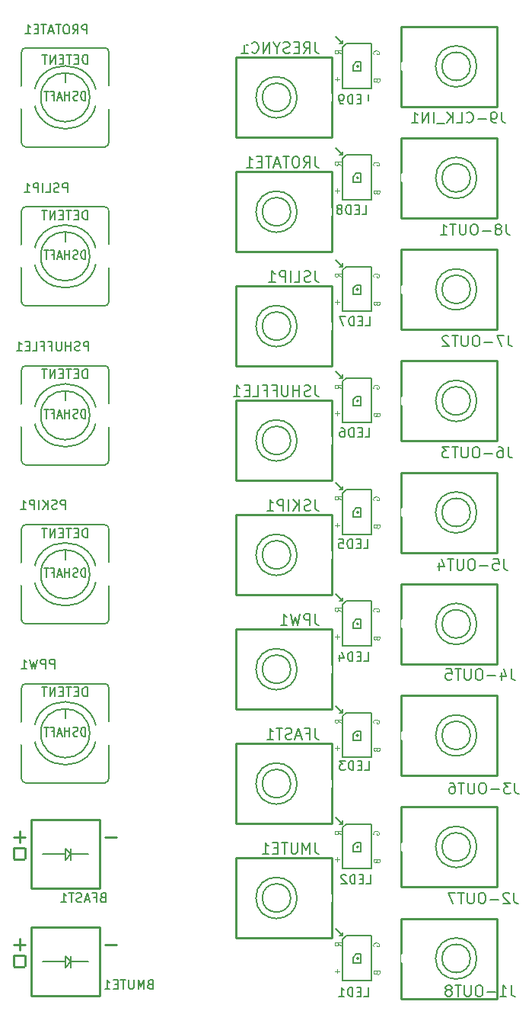
<source format=gbo>
G04 #@! TF.GenerationSoftware,KiCad,Pcbnew,(5.99.0-12261-ga2c28b18a8)*
G04 #@! TF.CreationDate,2021-10-12T13:44:05-07:00*
G04 #@! TF.ProjectId,SCMv3,53434d76-332e-46b6-9963-61645f706362,rev?*
G04 #@! TF.SameCoordinates,Original*
G04 #@! TF.FileFunction,Legend,Bot*
G04 #@! TF.FilePolarity,Positive*
%FSLAX46Y46*%
G04 Gerber Fmt 4.6, Leading zero omitted, Abs format (unit mm)*
G04 Created by KiCad (PCBNEW (5.99.0-12261-ga2c28b18a8)) date 2021-10-12 13:44:05*
%MOMM*%
%LPD*%
G01*
G04 APERTURE LIST*
G04 Aperture macros list*
%AMRoundRect*
0 Rectangle with rounded corners*
0 $1 Rounding radius*
0 $2 $3 $4 $5 $6 $7 $8 $9 X,Y pos of 4 corners*
0 Add a 4 corners polygon primitive as box body*
4,1,4,$2,$3,$4,$5,$6,$7,$8,$9,$2,$3,0*
0 Add four circle primitives for the rounded corners*
1,1,$1+$1,$2,$3*
1,1,$1+$1,$4,$5*
1,1,$1+$1,$6,$7*
1,1,$1+$1,$8,$9*
0 Add four rect primitives between the rounded corners*
20,1,$1+$1,$2,$3,$4,$5,0*
20,1,$1+$1,$4,$5,$6,$7,0*
20,1,$1+$1,$6,$7,$8,$9,0*
20,1,$1+$1,$8,$9,$2,$3,0*%
G04 Aperture macros list end*
%ADD10C,0.152400*%
%ADD11C,0.150000*%
%ADD12C,0.127000*%
%ADD13C,0.120000*%
%ADD14C,0.254000*%
%ADD15C,0.250000*%
%ADD16C,0.200000*%
%ADD17C,1.651000*%
%ADD18C,1.397000*%
%ADD19R,1.700000X1.700000*%
%ADD20O,1.700000X1.700000*%
%ADD21C,1.930400*%
%ADD22C,1.778000*%
%ADD23RoundRect,0.127000X0.635000X0.635000X-0.635000X0.635000X-0.635000X-0.635000X0.635000X-0.635000X0*%
%ADD24C,1.803400*%
%ADD25C,2.667000*%
%ADD26R,1.100000X1.500000*%
G04 APERTURE END LIST*
D10*
X56845321Y-23106047D02*
X56845321Y-23967833D01*
X56902774Y-24140190D01*
X57017679Y-24255095D01*
X57190036Y-24312547D01*
X57304940Y-24312547D01*
X56098440Y-23623119D02*
X56213345Y-23565666D01*
X56270798Y-23508214D01*
X56328250Y-23393309D01*
X56328250Y-23335857D01*
X56270798Y-23220952D01*
X56213345Y-23163500D01*
X56098440Y-23106047D01*
X55868631Y-23106047D01*
X55753726Y-23163500D01*
X55696274Y-23220952D01*
X55638821Y-23335857D01*
X55638821Y-23393309D01*
X55696274Y-23508214D01*
X55753726Y-23565666D01*
X55868631Y-23623119D01*
X56098440Y-23623119D01*
X56213345Y-23680571D01*
X56270798Y-23738023D01*
X56328250Y-23852928D01*
X56328250Y-24082738D01*
X56270798Y-24197642D01*
X56213345Y-24255095D01*
X56098440Y-24312547D01*
X55868631Y-24312547D01*
X55753726Y-24255095D01*
X55696274Y-24197642D01*
X55638821Y-24082738D01*
X55638821Y-23852928D01*
X55696274Y-23738023D01*
X55753726Y-23680571D01*
X55868631Y-23623119D01*
X55121750Y-23852928D02*
X54202512Y-23852928D01*
X53398179Y-23106047D02*
X53168369Y-23106047D01*
X53053464Y-23163500D01*
X52938560Y-23278404D01*
X52881107Y-23508214D01*
X52881107Y-23910380D01*
X52938560Y-24140190D01*
X53053464Y-24255095D01*
X53168369Y-24312547D01*
X53398179Y-24312547D01*
X53513083Y-24255095D01*
X53627988Y-24140190D01*
X53685440Y-23910380D01*
X53685440Y-23508214D01*
X53627988Y-23278404D01*
X53513083Y-23163500D01*
X53398179Y-23106047D01*
X52364036Y-23106047D02*
X52364036Y-24082738D01*
X52306583Y-24197642D01*
X52249131Y-24255095D01*
X52134226Y-24312547D01*
X51904417Y-24312547D01*
X51789512Y-24255095D01*
X51732060Y-24197642D01*
X51674607Y-24082738D01*
X51674607Y-23106047D01*
X51272440Y-23106047D02*
X50583012Y-23106047D01*
X50927726Y-24312547D02*
X50927726Y-23106047D01*
X49548869Y-24312547D02*
X50238298Y-24312547D01*
X49893583Y-24312547D02*
X49893583Y-23106047D01*
X50008488Y-23278404D01*
X50123393Y-23393309D01*
X50238298Y-23450761D01*
D11*
X11961071Y-97878571D02*
X11818214Y-97926190D01*
X11770595Y-97973809D01*
X11722976Y-98069047D01*
X11722976Y-98211904D01*
X11770595Y-98307142D01*
X11818214Y-98354761D01*
X11913452Y-98402380D01*
X12294404Y-98402380D01*
X12294404Y-97402380D01*
X11961071Y-97402380D01*
X11865833Y-97450000D01*
X11818214Y-97497619D01*
X11770595Y-97592857D01*
X11770595Y-97688095D01*
X11818214Y-97783333D01*
X11865833Y-97830952D01*
X11961071Y-97878571D01*
X12294404Y-97878571D01*
X10961071Y-97878571D02*
X11294404Y-97878571D01*
X11294404Y-98402380D02*
X11294404Y-97402380D01*
X10818214Y-97402380D01*
X10484880Y-98116666D02*
X10008690Y-98116666D01*
X10580119Y-98402380D02*
X10246785Y-97402380D01*
X9913452Y-98402380D01*
X9627738Y-98354761D02*
X9484880Y-98402380D01*
X9246785Y-98402380D01*
X9151547Y-98354761D01*
X9103928Y-98307142D01*
X9056309Y-98211904D01*
X9056309Y-98116666D01*
X9103928Y-98021428D01*
X9151547Y-97973809D01*
X9246785Y-97926190D01*
X9437261Y-97878571D01*
X9532500Y-97830952D01*
X9580119Y-97783333D01*
X9627738Y-97688095D01*
X9627738Y-97592857D01*
X9580119Y-97497619D01*
X9532500Y-97450000D01*
X9437261Y-97402380D01*
X9199166Y-97402380D01*
X9056309Y-97450000D01*
X8770595Y-97402380D02*
X8199166Y-97402380D01*
X8484880Y-98402380D02*
X8484880Y-97402380D01*
X7342023Y-98402380D02*
X7913452Y-98402380D01*
X7627738Y-98402380D02*
X7627738Y-97402380D01*
X7722976Y-97545238D01*
X7818214Y-97640476D01*
X7913452Y-97688095D01*
D10*
X35578963Y-2899747D02*
X35578963Y-3761533D01*
X35636416Y-3933890D01*
X35751320Y-4048795D01*
X35923678Y-4106247D01*
X36038582Y-4106247D01*
X34315011Y-4106247D02*
X34717178Y-3531723D01*
X35004440Y-4106247D02*
X35004440Y-2899747D01*
X34544820Y-2899747D01*
X34429916Y-2957200D01*
X34372463Y-3014652D01*
X34315011Y-3129557D01*
X34315011Y-3301914D01*
X34372463Y-3416819D01*
X34429916Y-3474271D01*
X34544820Y-3531723D01*
X35004440Y-3531723D01*
X33797940Y-3474271D02*
X33395773Y-3474271D01*
X33223416Y-4106247D02*
X33797940Y-4106247D01*
X33797940Y-2899747D01*
X33223416Y-2899747D01*
X32763797Y-4048795D02*
X32591440Y-4106247D01*
X32304178Y-4106247D01*
X32189273Y-4048795D01*
X32131820Y-3991342D01*
X32074368Y-3876438D01*
X32074368Y-3761533D01*
X32131820Y-3646628D01*
X32189273Y-3589176D01*
X32304178Y-3531723D01*
X32533987Y-3474271D01*
X32648892Y-3416819D01*
X32706344Y-3359366D01*
X32763797Y-3244461D01*
X32763797Y-3129557D01*
X32706344Y-3014652D01*
X32648892Y-2957200D01*
X32533987Y-2899747D01*
X32246725Y-2899747D01*
X32074368Y-2957200D01*
X31327487Y-3531723D02*
X31327487Y-4106247D01*
X31729654Y-2899747D02*
X31327487Y-3531723D01*
X30925320Y-2899747D01*
X30523154Y-4106247D02*
X30523154Y-2899747D01*
X29833725Y-4106247D01*
X29833725Y-2899747D01*
X28569773Y-3991342D02*
X28627225Y-4048795D01*
X28799582Y-4106247D01*
X28914487Y-4106247D01*
X29086844Y-4048795D01*
X29201749Y-3933890D01*
X29259201Y-3818985D01*
X29316654Y-3589176D01*
X29316654Y-3416819D01*
X29259201Y-3187009D01*
X29201749Y-3072104D01*
X29086844Y-2957200D01*
X28914487Y-2899747D01*
X28799582Y-2899747D01*
X28627225Y-2957200D01*
X28569773Y-3014652D01*
X27420725Y-4106247D02*
X28110154Y-4106247D01*
X27765440Y-4106247D02*
X27765440Y-2899747D01*
X27880344Y-3072104D01*
X27995249Y-3187009D01*
X28110154Y-3244461D01*
X35578963Y-28299747D02*
X35578963Y-29161533D01*
X35636416Y-29333890D01*
X35751320Y-29448795D01*
X35923678Y-29506247D01*
X36038582Y-29506247D01*
X35061892Y-29448795D02*
X34889535Y-29506247D01*
X34602273Y-29506247D01*
X34487368Y-29448795D01*
X34429916Y-29391342D01*
X34372463Y-29276438D01*
X34372463Y-29161533D01*
X34429916Y-29046628D01*
X34487368Y-28989176D01*
X34602273Y-28931723D01*
X34832082Y-28874271D01*
X34946987Y-28816819D01*
X35004440Y-28759366D01*
X35061892Y-28644461D01*
X35061892Y-28529557D01*
X35004440Y-28414652D01*
X34946987Y-28357200D01*
X34832082Y-28299747D01*
X34544820Y-28299747D01*
X34372463Y-28357200D01*
X33280868Y-29506247D02*
X33855392Y-29506247D01*
X33855392Y-28299747D01*
X32878701Y-29506247D02*
X32878701Y-28299747D01*
X32304178Y-29506247D02*
X32304178Y-28299747D01*
X31844559Y-28299747D01*
X31729654Y-28357200D01*
X31672201Y-28414652D01*
X31614749Y-28529557D01*
X31614749Y-28701914D01*
X31672201Y-28816819D01*
X31729654Y-28874271D01*
X31844559Y-28931723D01*
X32304178Y-28931723D01*
X30465701Y-29506247D02*
X31155130Y-29506247D01*
X30810416Y-29506247D02*
X30810416Y-28299747D01*
X30925320Y-28472104D01*
X31040225Y-28587009D01*
X31155130Y-28644461D01*
D11*
X10393576Y-37153780D02*
X10393576Y-36153780D01*
X10012623Y-36153780D01*
X9917385Y-36201400D01*
X9869766Y-36249019D01*
X9822147Y-36344257D01*
X9822147Y-36487114D01*
X9869766Y-36582352D01*
X9917385Y-36629971D01*
X10012623Y-36677590D01*
X10393576Y-36677590D01*
X9441195Y-37106161D02*
X9298338Y-37153780D01*
X9060242Y-37153780D01*
X8965004Y-37106161D01*
X8917385Y-37058542D01*
X8869766Y-36963304D01*
X8869766Y-36868066D01*
X8917385Y-36772828D01*
X8965004Y-36725209D01*
X9060242Y-36677590D01*
X9250719Y-36629971D01*
X9345957Y-36582352D01*
X9393576Y-36534733D01*
X9441195Y-36439495D01*
X9441195Y-36344257D01*
X9393576Y-36249019D01*
X9345957Y-36201400D01*
X9250719Y-36153780D01*
X9012623Y-36153780D01*
X8869766Y-36201400D01*
X8441195Y-37153780D02*
X8441195Y-36153780D01*
X8441195Y-36629971D02*
X7869766Y-36629971D01*
X7869766Y-37153780D02*
X7869766Y-36153780D01*
X7393576Y-36153780D02*
X7393576Y-36963304D01*
X7345957Y-37058542D01*
X7298338Y-37106161D01*
X7203099Y-37153780D01*
X7012623Y-37153780D01*
X6917385Y-37106161D01*
X6869766Y-37058542D01*
X6822147Y-36963304D01*
X6822147Y-36153780D01*
X6012623Y-36629971D02*
X6345957Y-36629971D01*
X6345957Y-37153780D02*
X6345957Y-36153780D01*
X5869766Y-36153780D01*
X5155480Y-36629971D02*
X5488814Y-36629971D01*
X5488814Y-37153780D02*
X5488814Y-36153780D01*
X5012623Y-36153780D01*
X4155480Y-37153780D02*
X4631671Y-37153780D01*
X4631671Y-36153780D01*
X3822147Y-36629971D02*
X3488814Y-36629971D01*
X3345957Y-37153780D02*
X3822147Y-37153780D01*
X3822147Y-36153780D01*
X3345957Y-36153780D01*
X2393576Y-37153780D02*
X2965004Y-37153780D01*
X2679290Y-37153780D02*
X2679290Y-36153780D01*
X2774528Y-36296638D01*
X2869766Y-36391876D01*
X2965004Y-36439495D01*
X10047800Y-44661080D02*
X10047800Y-43661080D01*
X9833514Y-43661080D01*
X9704942Y-43708700D01*
X9619228Y-43803938D01*
X9576371Y-43899176D01*
X9533514Y-44089652D01*
X9533514Y-44232509D01*
X9576371Y-44422985D01*
X9619228Y-44518223D01*
X9704942Y-44613461D01*
X9833514Y-44661080D01*
X10047800Y-44661080D01*
X9190657Y-44613461D02*
X9062085Y-44661080D01*
X8847800Y-44661080D01*
X8762085Y-44613461D01*
X8719228Y-44565842D01*
X8676371Y-44470604D01*
X8676371Y-44375366D01*
X8719228Y-44280128D01*
X8762085Y-44232509D01*
X8847800Y-44184890D01*
X9019228Y-44137271D01*
X9104942Y-44089652D01*
X9147800Y-44042033D01*
X9190657Y-43946795D01*
X9190657Y-43851557D01*
X9147800Y-43756319D01*
X9104942Y-43708700D01*
X9019228Y-43661080D01*
X8804942Y-43661080D01*
X8676371Y-43708700D01*
X8290657Y-44661080D02*
X8290657Y-43661080D01*
X8290657Y-44137271D02*
X7776371Y-44137271D01*
X7776371Y-44661080D02*
X7776371Y-43661080D01*
X7390657Y-44375366D02*
X6962085Y-44375366D01*
X7476371Y-44661080D02*
X7176371Y-43661080D01*
X6876371Y-44661080D01*
X6276371Y-44137271D02*
X6576371Y-44137271D01*
X6576371Y-44661080D02*
X6576371Y-43661080D01*
X6147800Y-43661080D01*
X5933514Y-43661080D02*
X5419228Y-43661080D01*
X5676371Y-44661080D02*
X5676371Y-43661080D01*
X10250180Y-40238080D02*
X10250180Y-39238080D01*
X10012085Y-39238080D01*
X9869228Y-39285700D01*
X9773990Y-39380938D01*
X9726371Y-39476176D01*
X9678752Y-39666652D01*
X9678752Y-39809509D01*
X9726371Y-39999985D01*
X9773990Y-40095223D01*
X9869228Y-40190461D01*
X10012085Y-40238080D01*
X10250180Y-40238080D01*
X9250180Y-39714271D02*
X8916847Y-39714271D01*
X8773990Y-40238080D02*
X9250180Y-40238080D01*
X9250180Y-39238080D01*
X8773990Y-39238080D01*
X8488276Y-39238080D02*
X7916847Y-39238080D01*
X8202561Y-40238080D02*
X8202561Y-39238080D01*
X7583514Y-39714271D02*
X7250180Y-39714271D01*
X7107323Y-40238080D02*
X7583514Y-40238080D01*
X7583514Y-39238080D01*
X7107323Y-39238080D01*
X6678752Y-40238080D02*
X6678752Y-39238080D01*
X6107323Y-40238080D01*
X6107323Y-39238080D01*
X5773990Y-39238080D02*
X5202561Y-39238080D01*
X5488276Y-40238080D02*
X5488276Y-39238080D01*
D12*
X41296755Y-96361619D02*
X41780565Y-96361619D01*
X41780565Y-95345619D01*
X40958089Y-95829428D02*
X40619422Y-95829428D01*
X40474279Y-96361619D02*
X40958089Y-96361619D01*
X40958089Y-95345619D01*
X40474279Y-95345619D01*
X40038850Y-96361619D02*
X40038850Y-95345619D01*
X39796946Y-95345619D01*
X39651803Y-95394000D01*
X39555041Y-95490761D01*
X39506660Y-95587523D01*
X39458279Y-95781047D01*
X39458279Y-95926190D01*
X39506660Y-96119714D01*
X39555041Y-96216476D01*
X39651803Y-96313238D01*
X39796946Y-96361619D01*
X40038850Y-96361619D01*
X39071231Y-95442380D02*
X39022850Y-95394000D01*
X38926089Y-95345619D01*
X38684184Y-95345619D01*
X38587422Y-95394000D01*
X38539041Y-95442380D01*
X38490660Y-95539142D01*
X38490660Y-95635904D01*
X38539041Y-95781047D01*
X39119612Y-96361619D01*
X38490660Y-96361619D01*
D13*
X42092420Y-90885738D02*
X42061467Y-90823833D01*
X42061467Y-90730976D01*
X42092420Y-90638119D01*
X42154324Y-90576214D01*
X42216229Y-90545261D01*
X42340039Y-90514309D01*
X42432896Y-90514309D01*
X42556705Y-90545261D01*
X42618610Y-90576214D01*
X42680515Y-90638119D01*
X42711467Y-90730976D01*
X42711467Y-90792880D01*
X42680515Y-90885738D01*
X42649562Y-90916690D01*
X42432896Y-90916690D01*
X42432896Y-90792880D01*
X42420991Y-93861928D02*
X42451943Y-93954785D01*
X42482896Y-93985738D01*
X42544800Y-94016690D01*
X42637658Y-94016690D01*
X42699562Y-93985738D01*
X42730515Y-93954785D01*
X42761467Y-93892880D01*
X42761467Y-93645261D01*
X42111467Y-93645261D01*
X42111467Y-93861928D01*
X42142420Y-93923833D01*
X42173372Y-93954785D01*
X42235277Y-93985738D01*
X42297181Y-93985738D01*
X42359086Y-93954785D01*
X42390039Y-93923833D01*
X42420991Y-93861928D01*
X42420991Y-93645261D01*
X38461467Y-90866690D02*
X38151943Y-90650023D01*
X38461467Y-90495261D02*
X37811467Y-90495261D01*
X37811467Y-90742880D01*
X37842420Y-90804785D01*
X37873372Y-90835738D01*
X37935277Y-90866690D01*
X38028134Y-90866690D01*
X38090039Y-90835738D01*
X38120991Y-90804785D01*
X38151943Y-90742880D01*
X38151943Y-90495261D01*
X38088848Y-93417880D02*
X38088848Y-93913119D01*
X38336467Y-93665500D02*
X37841229Y-93665500D01*
D10*
X57065321Y-35466047D02*
X57065321Y-36327833D01*
X57122774Y-36500190D01*
X57237679Y-36615095D01*
X57410036Y-36672547D01*
X57524940Y-36672547D01*
X56605702Y-35466047D02*
X55801369Y-35466047D01*
X56318440Y-36672547D01*
X55341750Y-36212928D02*
X54422512Y-36212928D01*
X53618179Y-35466047D02*
X53388369Y-35466047D01*
X53273464Y-35523500D01*
X53158560Y-35638404D01*
X53101107Y-35868214D01*
X53101107Y-36270380D01*
X53158560Y-36500190D01*
X53273464Y-36615095D01*
X53388369Y-36672547D01*
X53618179Y-36672547D01*
X53733083Y-36615095D01*
X53847988Y-36500190D01*
X53905440Y-36270380D01*
X53905440Y-35868214D01*
X53847988Y-35638404D01*
X53733083Y-35523500D01*
X53618179Y-35466047D01*
X52584036Y-35466047D02*
X52584036Y-36442738D01*
X52526583Y-36557642D01*
X52469131Y-36615095D01*
X52354226Y-36672547D01*
X52124417Y-36672547D01*
X52009512Y-36615095D01*
X51952060Y-36557642D01*
X51894607Y-36442738D01*
X51894607Y-35466047D01*
X51492440Y-35466047D02*
X50803012Y-35466047D01*
X51147726Y-36672547D02*
X51147726Y-35466047D01*
X50458298Y-35580952D02*
X50400845Y-35523500D01*
X50285940Y-35466047D01*
X49998679Y-35466047D01*
X49883774Y-35523500D01*
X49826321Y-35580952D01*
X49768869Y-35695857D01*
X49768869Y-35810761D01*
X49826321Y-35983119D01*
X50515750Y-36672547D01*
X49768869Y-36672547D01*
X57065321Y-47836047D02*
X57065321Y-48697833D01*
X57122774Y-48870190D01*
X57237679Y-48985095D01*
X57410036Y-49042547D01*
X57524940Y-49042547D01*
X55973726Y-47836047D02*
X56203536Y-47836047D01*
X56318440Y-47893500D01*
X56375893Y-47950952D01*
X56490798Y-48123309D01*
X56548250Y-48353119D01*
X56548250Y-48812738D01*
X56490798Y-48927642D01*
X56433345Y-48985095D01*
X56318440Y-49042547D01*
X56088631Y-49042547D01*
X55973726Y-48985095D01*
X55916274Y-48927642D01*
X55858821Y-48812738D01*
X55858821Y-48525476D01*
X55916274Y-48410571D01*
X55973726Y-48353119D01*
X56088631Y-48295666D01*
X56318440Y-48295666D01*
X56433345Y-48353119D01*
X56490798Y-48410571D01*
X56548250Y-48525476D01*
X55341750Y-48582928D02*
X54422512Y-48582928D01*
X53618179Y-47836047D02*
X53388369Y-47836047D01*
X53273464Y-47893500D01*
X53158560Y-48008404D01*
X53101107Y-48238214D01*
X53101107Y-48640380D01*
X53158560Y-48870190D01*
X53273464Y-48985095D01*
X53388369Y-49042547D01*
X53618179Y-49042547D01*
X53733083Y-48985095D01*
X53847988Y-48870190D01*
X53905440Y-48640380D01*
X53905440Y-48238214D01*
X53847988Y-48008404D01*
X53733083Y-47893500D01*
X53618179Y-47836047D01*
X52584036Y-47836047D02*
X52584036Y-48812738D01*
X52526583Y-48927642D01*
X52469131Y-48985095D01*
X52354226Y-49042547D01*
X52124417Y-49042547D01*
X52009512Y-48985095D01*
X51952060Y-48927642D01*
X51894607Y-48812738D01*
X51894607Y-47836047D01*
X51492440Y-47836047D02*
X50803012Y-47836047D01*
X51147726Y-49042547D02*
X51147726Y-47836047D01*
X50515750Y-47836047D02*
X49768869Y-47836047D01*
X50171036Y-48295666D01*
X49998679Y-48295666D01*
X49883774Y-48353119D01*
X49826321Y-48410571D01*
X49768869Y-48525476D01*
X49768869Y-48812738D01*
X49826321Y-48927642D01*
X49883774Y-48985095D01*
X49998679Y-49042547D01*
X50343393Y-49042547D01*
X50458298Y-48985095D01*
X50515750Y-48927642D01*
D11*
X8055480Y-19567780D02*
X8055480Y-18567780D01*
X7674528Y-18567780D01*
X7579290Y-18615400D01*
X7531671Y-18663019D01*
X7484052Y-18758257D01*
X7484052Y-18901114D01*
X7531671Y-18996352D01*
X7579290Y-19043971D01*
X7674528Y-19091590D01*
X8055480Y-19091590D01*
X7103100Y-19520161D02*
X6960242Y-19567780D01*
X6722147Y-19567780D01*
X6626909Y-19520161D01*
X6579290Y-19472542D01*
X6531671Y-19377304D01*
X6531671Y-19282066D01*
X6579290Y-19186828D01*
X6626909Y-19139209D01*
X6722147Y-19091590D01*
X6912623Y-19043971D01*
X7007861Y-18996352D01*
X7055480Y-18948733D01*
X7103100Y-18853495D01*
X7103100Y-18758257D01*
X7055480Y-18663019D01*
X7007861Y-18615400D01*
X6912623Y-18567780D01*
X6674528Y-18567780D01*
X6531671Y-18615400D01*
X5626909Y-19567780D02*
X6103100Y-19567780D01*
X6103100Y-18567780D01*
X5293576Y-19567780D02*
X5293576Y-18567780D01*
X4817385Y-19567780D02*
X4817385Y-18567780D01*
X4436433Y-18567780D01*
X4341195Y-18615400D01*
X4293576Y-18663019D01*
X4245957Y-18758257D01*
X4245957Y-18901114D01*
X4293576Y-18996352D01*
X4341195Y-19043971D01*
X4436433Y-19091590D01*
X4817385Y-19091590D01*
X3293576Y-19567780D02*
X3865004Y-19567780D01*
X3579290Y-19567780D02*
X3579290Y-18567780D01*
X3674528Y-18710638D01*
X3769766Y-18805876D01*
X3865004Y-18853495D01*
X10250180Y-22585080D02*
X10250180Y-21585080D01*
X10012085Y-21585080D01*
X9869228Y-21632700D01*
X9773990Y-21727938D01*
X9726371Y-21823176D01*
X9678752Y-22013652D01*
X9678752Y-22156509D01*
X9726371Y-22346985D01*
X9773990Y-22442223D01*
X9869228Y-22537461D01*
X10012085Y-22585080D01*
X10250180Y-22585080D01*
X9250180Y-22061271D02*
X8916847Y-22061271D01*
X8773990Y-22585080D02*
X9250180Y-22585080D01*
X9250180Y-21585080D01*
X8773990Y-21585080D01*
X8488276Y-21585080D02*
X7916847Y-21585080D01*
X8202561Y-22585080D02*
X8202561Y-21585080D01*
X7583514Y-22061271D02*
X7250180Y-22061271D01*
X7107323Y-22585080D02*
X7583514Y-22585080D01*
X7583514Y-21585080D01*
X7107323Y-21585080D01*
X6678752Y-22585080D02*
X6678752Y-21585080D01*
X6107323Y-22585080D01*
X6107323Y-21585080D01*
X5773990Y-21585080D02*
X5202561Y-21585080D01*
X5488276Y-22585080D02*
X5488276Y-21585080D01*
X10047800Y-27008080D02*
X10047800Y-26008080D01*
X9833514Y-26008080D01*
X9704942Y-26055700D01*
X9619228Y-26150938D01*
X9576371Y-26246176D01*
X9533514Y-26436652D01*
X9533514Y-26579509D01*
X9576371Y-26769985D01*
X9619228Y-26865223D01*
X9704942Y-26960461D01*
X9833514Y-27008080D01*
X10047800Y-27008080D01*
X9190657Y-26960461D02*
X9062085Y-27008080D01*
X8847800Y-27008080D01*
X8762085Y-26960461D01*
X8719228Y-26912842D01*
X8676371Y-26817604D01*
X8676371Y-26722366D01*
X8719228Y-26627128D01*
X8762085Y-26579509D01*
X8847800Y-26531890D01*
X9019228Y-26484271D01*
X9104942Y-26436652D01*
X9147800Y-26389033D01*
X9190657Y-26293795D01*
X9190657Y-26198557D01*
X9147800Y-26103319D01*
X9104942Y-26055700D01*
X9019228Y-26008080D01*
X8804942Y-26008080D01*
X8676371Y-26055700D01*
X8290657Y-27008080D02*
X8290657Y-26008080D01*
X8290657Y-26484271D02*
X7776371Y-26484271D01*
X7776371Y-27008080D02*
X7776371Y-26008080D01*
X7390657Y-26722366D02*
X6962085Y-26722366D01*
X7476371Y-27008080D02*
X7176371Y-26008080D01*
X6876371Y-27008080D01*
X6276371Y-26484271D02*
X6576371Y-26484271D01*
X6576371Y-27008080D02*
X6576371Y-26008080D01*
X6147800Y-26008080D01*
X5933514Y-26008080D02*
X5419228Y-26008080D01*
X5676371Y-27008080D02*
X5676371Y-26008080D01*
X6610242Y-72445780D02*
X6610242Y-71445780D01*
X6229290Y-71445780D01*
X6134052Y-71493400D01*
X6086433Y-71541019D01*
X6038814Y-71636257D01*
X6038814Y-71779114D01*
X6086433Y-71874352D01*
X6134052Y-71921971D01*
X6229290Y-71969590D01*
X6610242Y-71969590D01*
X5610242Y-72445780D02*
X5610242Y-71445780D01*
X5229290Y-71445780D01*
X5134052Y-71493400D01*
X5086433Y-71541019D01*
X5038814Y-71636257D01*
X5038814Y-71779114D01*
X5086433Y-71874352D01*
X5134052Y-71921971D01*
X5229290Y-71969590D01*
X5610242Y-71969590D01*
X4705480Y-71445780D02*
X4467385Y-72445780D01*
X4276909Y-71731495D01*
X4086433Y-72445780D01*
X3848338Y-71445780D01*
X2943576Y-72445780D02*
X3515004Y-72445780D01*
X3229290Y-72445780D02*
X3229290Y-71445780D01*
X3324528Y-71588638D01*
X3419766Y-71683876D01*
X3515004Y-71731495D01*
X10047800Y-79967080D02*
X10047800Y-78967080D01*
X9833514Y-78967080D01*
X9704942Y-79014700D01*
X9619228Y-79109938D01*
X9576371Y-79205176D01*
X9533514Y-79395652D01*
X9533514Y-79538509D01*
X9576371Y-79728985D01*
X9619228Y-79824223D01*
X9704942Y-79919461D01*
X9833514Y-79967080D01*
X10047800Y-79967080D01*
X9190657Y-79919461D02*
X9062085Y-79967080D01*
X8847800Y-79967080D01*
X8762085Y-79919461D01*
X8719228Y-79871842D01*
X8676371Y-79776604D01*
X8676371Y-79681366D01*
X8719228Y-79586128D01*
X8762085Y-79538509D01*
X8847800Y-79490890D01*
X9019228Y-79443271D01*
X9104942Y-79395652D01*
X9147800Y-79348033D01*
X9190657Y-79252795D01*
X9190657Y-79157557D01*
X9147800Y-79062319D01*
X9104942Y-79014700D01*
X9019228Y-78967080D01*
X8804942Y-78967080D01*
X8676371Y-79014700D01*
X8290657Y-79967080D02*
X8290657Y-78967080D01*
X8290657Y-79443271D02*
X7776371Y-79443271D01*
X7776371Y-79967080D02*
X7776371Y-78967080D01*
X7390657Y-79681366D02*
X6962085Y-79681366D01*
X7476371Y-79967080D02*
X7176371Y-78967080D01*
X6876371Y-79967080D01*
X6276371Y-79443271D02*
X6576371Y-79443271D01*
X6576371Y-79967080D02*
X6576371Y-78967080D01*
X6147800Y-78967080D01*
X5933514Y-78967080D02*
X5419228Y-78967080D01*
X5676371Y-79967080D02*
X5676371Y-78967080D01*
X10250180Y-75544080D02*
X10250180Y-74544080D01*
X10012085Y-74544080D01*
X9869228Y-74591700D01*
X9773990Y-74686938D01*
X9726371Y-74782176D01*
X9678752Y-74972652D01*
X9678752Y-75115509D01*
X9726371Y-75305985D01*
X9773990Y-75401223D01*
X9869228Y-75496461D01*
X10012085Y-75544080D01*
X10250180Y-75544080D01*
X9250180Y-75020271D02*
X8916847Y-75020271D01*
X8773990Y-75544080D02*
X9250180Y-75544080D01*
X9250180Y-74544080D01*
X8773990Y-74544080D01*
X8488276Y-74544080D02*
X7916847Y-74544080D01*
X8202561Y-75544080D02*
X8202561Y-74544080D01*
X7583514Y-75020271D02*
X7250180Y-75020271D01*
X7107323Y-75544080D02*
X7583514Y-75544080D01*
X7583514Y-74544080D01*
X7107323Y-74544080D01*
X6678752Y-75544080D02*
X6678752Y-74544080D01*
X6107323Y-75544080D01*
X6107323Y-74544080D01*
X5773990Y-74544080D02*
X5202561Y-74544080D01*
X5488276Y-75544080D02*
X5488276Y-74544080D01*
D10*
X57405321Y-107636047D02*
X57405321Y-108497833D01*
X57462774Y-108670190D01*
X57577679Y-108785095D01*
X57750036Y-108842547D01*
X57864940Y-108842547D01*
X56198821Y-108842547D02*
X56888250Y-108842547D01*
X56543536Y-108842547D02*
X56543536Y-107636047D01*
X56658440Y-107808404D01*
X56773345Y-107923309D01*
X56888250Y-107980761D01*
X55681750Y-108382928D02*
X54762512Y-108382928D01*
X53958179Y-107636047D02*
X53728369Y-107636047D01*
X53613464Y-107693500D01*
X53498560Y-107808404D01*
X53441107Y-108038214D01*
X53441107Y-108440380D01*
X53498560Y-108670190D01*
X53613464Y-108785095D01*
X53728369Y-108842547D01*
X53958179Y-108842547D01*
X54073083Y-108785095D01*
X54187988Y-108670190D01*
X54245440Y-108440380D01*
X54245440Y-108038214D01*
X54187988Y-107808404D01*
X54073083Y-107693500D01*
X53958179Y-107636047D01*
X52924036Y-107636047D02*
X52924036Y-108612738D01*
X52866583Y-108727642D01*
X52809131Y-108785095D01*
X52694226Y-108842547D01*
X52464417Y-108842547D01*
X52349512Y-108785095D01*
X52292060Y-108727642D01*
X52234607Y-108612738D01*
X52234607Y-107636047D01*
X51832440Y-107636047D02*
X51143012Y-107636047D01*
X51487726Y-108842547D02*
X51487726Y-107636047D01*
X50568488Y-108153119D02*
X50683393Y-108095666D01*
X50740845Y-108038214D01*
X50798298Y-107923309D01*
X50798298Y-107865857D01*
X50740845Y-107750952D01*
X50683393Y-107693500D01*
X50568488Y-107636047D01*
X50338679Y-107636047D01*
X50223774Y-107693500D01*
X50166321Y-107750952D01*
X50108869Y-107865857D01*
X50108869Y-107923309D01*
X50166321Y-108038214D01*
X50223774Y-108095666D01*
X50338679Y-108153119D01*
X50568488Y-108153119D01*
X50683393Y-108210571D01*
X50740845Y-108268023D01*
X50798298Y-108382928D01*
X50798298Y-108612738D01*
X50740845Y-108727642D01*
X50683393Y-108785095D01*
X50568488Y-108842547D01*
X50338679Y-108842547D01*
X50223774Y-108785095D01*
X50166321Y-108727642D01*
X50108869Y-108612738D01*
X50108869Y-108382928D01*
X50166321Y-108268023D01*
X50223774Y-108210571D01*
X50338679Y-108153119D01*
X35578963Y-66399747D02*
X35578963Y-67261533D01*
X35636416Y-67433890D01*
X35751320Y-67548795D01*
X35923678Y-67606247D01*
X36038582Y-67606247D01*
X35004440Y-67606247D02*
X35004440Y-66399747D01*
X34544820Y-66399747D01*
X34429916Y-66457200D01*
X34372463Y-66514652D01*
X34315011Y-66629557D01*
X34315011Y-66801914D01*
X34372463Y-66916819D01*
X34429916Y-66974271D01*
X34544820Y-67031723D01*
X35004440Y-67031723D01*
X33912844Y-66399747D02*
X33625582Y-67606247D01*
X33395773Y-66744461D01*
X33165963Y-67606247D01*
X32878701Y-66399747D01*
X31787106Y-67606247D02*
X32476535Y-67606247D01*
X32131820Y-67606247D02*
X32131820Y-66399747D01*
X32246725Y-66572104D01*
X32361630Y-66687009D01*
X32476535Y-66744461D01*
X35578963Y-91799747D02*
X35578963Y-92661533D01*
X35636416Y-92833890D01*
X35751320Y-92948795D01*
X35923678Y-93006247D01*
X36038582Y-93006247D01*
X35004440Y-93006247D02*
X35004440Y-91799747D01*
X34602273Y-92661533D01*
X34200106Y-91799747D01*
X34200106Y-93006247D01*
X33625582Y-91799747D02*
X33625582Y-92776438D01*
X33568130Y-92891342D01*
X33510678Y-92948795D01*
X33395773Y-93006247D01*
X33165963Y-93006247D01*
X33051059Y-92948795D01*
X32993606Y-92891342D01*
X32936154Y-92776438D01*
X32936154Y-91799747D01*
X32533987Y-91799747D02*
X31844559Y-91799747D01*
X32189273Y-93006247D02*
X32189273Y-91799747D01*
X31442392Y-92374271D02*
X31040225Y-92374271D01*
X30867868Y-93006247D02*
X31442392Y-93006247D01*
X31442392Y-91799747D01*
X30867868Y-91799747D01*
X29718820Y-93006247D02*
X30408249Y-93006247D01*
X30063535Y-93006247D02*
X30063535Y-91799747D01*
X30178440Y-91972104D01*
X30293344Y-92087009D01*
X30408249Y-92144461D01*
D11*
X17251071Y-107508571D02*
X17108214Y-107556190D01*
X17060595Y-107603809D01*
X17012976Y-107699047D01*
X17012976Y-107841904D01*
X17060595Y-107937142D01*
X17108214Y-107984761D01*
X17203452Y-108032380D01*
X17584404Y-108032380D01*
X17584404Y-107032380D01*
X17251071Y-107032380D01*
X17155833Y-107080000D01*
X17108214Y-107127619D01*
X17060595Y-107222857D01*
X17060595Y-107318095D01*
X17108214Y-107413333D01*
X17155833Y-107460952D01*
X17251071Y-107508571D01*
X17584404Y-107508571D01*
X16584404Y-108032380D02*
X16584404Y-107032380D01*
X16251071Y-107746666D01*
X15917738Y-107032380D01*
X15917738Y-108032380D01*
X15441547Y-107032380D02*
X15441547Y-107841904D01*
X15393928Y-107937142D01*
X15346309Y-107984761D01*
X15251071Y-108032380D01*
X15060595Y-108032380D01*
X14965357Y-107984761D01*
X14917738Y-107937142D01*
X14870119Y-107841904D01*
X14870119Y-107032380D01*
X14536785Y-107032380D02*
X13965357Y-107032380D01*
X14251071Y-108032380D02*
X14251071Y-107032380D01*
X13632023Y-107508571D02*
X13298690Y-107508571D01*
X13155833Y-108032380D02*
X13632023Y-108032380D01*
X13632023Y-107032380D01*
X13155833Y-107032380D01*
X12203452Y-108032380D02*
X12774880Y-108032380D01*
X12489166Y-108032380D02*
X12489166Y-107032380D01*
X12584404Y-107175238D01*
X12679642Y-107270476D01*
X12774880Y-107318095D01*
D10*
X56345583Y-10656047D02*
X56345583Y-11517833D01*
X56403036Y-11690190D01*
X56517940Y-11805095D01*
X56690298Y-11862547D01*
X56805202Y-11862547D01*
X55713607Y-11862547D02*
X55483798Y-11862547D01*
X55368893Y-11805095D01*
X55311440Y-11747642D01*
X55196536Y-11575285D01*
X55139083Y-11345476D01*
X55139083Y-10885857D01*
X55196536Y-10770952D01*
X55253988Y-10713500D01*
X55368893Y-10656047D01*
X55598702Y-10656047D01*
X55713607Y-10713500D01*
X55771060Y-10770952D01*
X55828512Y-10885857D01*
X55828512Y-11173119D01*
X55771060Y-11288023D01*
X55713607Y-11345476D01*
X55598702Y-11402928D01*
X55368893Y-11402928D01*
X55253988Y-11345476D01*
X55196536Y-11288023D01*
X55139083Y-11173119D01*
X54622012Y-11402928D02*
X53702774Y-11402928D01*
X52438821Y-11747642D02*
X52496274Y-11805095D01*
X52668631Y-11862547D01*
X52783536Y-11862547D01*
X52955893Y-11805095D01*
X53070798Y-11690190D01*
X53128250Y-11575285D01*
X53185702Y-11345476D01*
X53185702Y-11173119D01*
X53128250Y-10943309D01*
X53070798Y-10828404D01*
X52955893Y-10713500D01*
X52783536Y-10656047D01*
X52668631Y-10656047D01*
X52496274Y-10713500D01*
X52438821Y-10770952D01*
X51347226Y-11862547D02*
X51921750Y-11862547D01*
X51921750Y-10656047D01*
X50945060Y-11862547D02*
X50945060Y-10656047D01*
X50255631Y-11862547D02*
X50772702Y-11173119D01*
X50255631Y-10656047D02*
X50945060Y-11345476D01*
X50025821Y-11977452D02*
X49106583Y-11977452D01*
X48819321Y-11862547D02*
X48819321Y-10656047D01*
X48244798Y-11862547D02*
X48244798Y-10656047D01*
X47555369Y-11862547D01*
X47555369Y-10656047D01*
X46348869Y-11862547D02*
X47038298Y-11862547D01*
X46693583Y-11862547D02*
X46693583Y-10656047D01*
X46808488Y-10828404D01*
X46923393Y-10943309D01*
X47038298Y-11000761D01*
X35578963Y-53699747D02*
X35578963Y-54561533D01*
X35636416Y-54733890D01*
X35751320Y-54848795D01*
X35923678Y-54906247D01*
X36038582Y-54906247D01*
X35061892Y-54848795D02*
X34889535Y-54906247D01*
X34602273Y-54906247D01*
X34487368Y-54848795D01*
X34429916Y-54791342D01*
X34372463Y-54676438D01*
X34372463Y-54561533D01*
X34429916Y-54446628D01*
X34487368Y-54389176D01*
X34602273Y-54331723D01*
X34832082Y-54274271D01*
X34946987Y-54216819D01*
X35004440Y-54159366D01*
X35061892Y-54044461D01*
X35061892Y-53929557D01*
X35004440Y-53814652D01*
X34946987Y-53757200D01*
X34832082Y-53699747D01*
X34544820Y-53699747D01*
X34372463Y-53757200D01*
X33855392Y-54906247D02*
X33855392Y-53699747D01*
X33165963Y-54906247D02*
X33683035Y-54216819D01*
X33165963Y-53699747D02*
X33855392Y-54389176D01*
X32648892Y-54906247D02*
X32648892Y-53699747D01*
X32074368Y-54906247D02*
X32074368Y-53699747D01*
X31614749Y-53699747D01*
X31499844Y-53757200D01*
X31442392Y-53814652D01*
X31384940Y-53929557D01*
X31384940Y-54101914D01*
X31442392Y-54216819D01*
X31499844Y-54274271D01*
X31614749Y-54331723D01*
X32074368Y-54331723D01*
X30235892Y-54906247D02*
X30925320Y-54906247D01*
X30580606Y-54906247D02*
X30580606Y-53699747D01*
X30695511Y-53872104D01*
X30810416Y-53987009D01*
X30925320Y-54044461D01*
X57735321Y-97346047D02*
X57735321Y-98207833D01*
X57792774Y-98380190D01*
X57907679Y-98495095D01*
X58080036Y-98552547D01*
X58194940Y-98552547D01*
X57218250Y-97460952D02*
X57160798Y-97403500D01*
X57045893Y-97346047D01*
X56758631Y-97346047D01*
X56643726Y-97403500D01*
X56586274Y-97460952D01*
X56528821Y-97575857D01*
X56528821Y-97690761D01*
X56586274Y-97863119D01*
X57275702Y-98552547D01*
X56528821Y-98552547D01*
X56011750Y-98092928D02*
X55092512Y-98092928D01*
X54288179Y-97346047D02*
X54058369Y-97346047D01*
X53943464Y-97403500D01*
X53828560Y-97518404D01*
X53771107Y-97748214D01*
X53771107Y-98150380D01*
X53828560Y-98380190D01*
X53943464Y-98495095D01*
X54058369Y-98552547D01*
X54288179Y-98552547D01*
X54403083Y-98495095D01*
X54517988Y-98380190D01*
X54575440Y-98150380D01*
X54575440Y-97748214D01*
X54517988Y-97518404D01*
X54403083Y-97403500D01*
X54288179Y-97346047D01*
X53254036Y-97346047D02*
X53254036Y-98322738D01*
X53196583Y-98437642D01*
X53139131Y-98495095D01*
X53024226Y-98552547D01*
X52794417Y-98552547D01*
X52679512Y-98495095D01*
X52622060Y-98437642D01*
X52564607Y-98322738D01*
X52564607Y-97346047D01*
X52162440Y-97346047D02*
X51473012Y-97346047D01*
X51817726Y-98552547D02*
X51817726Y-97346047D01*
X51185750Y-97346047D02*
X50381417Y-97346047D01*
X50898488Y-98552547D01*
X57405321Y-72506047D02*
X57405321Y-73367833D01*
X57462774Y-73540190D01*
X57577679Y-73655095D01*
X57750036Y-73712547D01*
X57864940Y-73712547D01*
X56313726Y-72908214D02*
X56313726Y-73712547D01*
X56600988Y-72448595D02*
X56888250Y-73310380D01*
X56141369Y-73310380D01*
X55681750Y-73252928D02*
X54762512Y-73252928D01*
X53958179Y-72506047D02*
X53728369Y-72506047D01*
X53613464Y-72563500D01*
X53498560Y-72678404D01*
X53441107Y-72908214D01*
X53441107Y-73310380D01*
X53498560Y-73540190D01*
X53613464Y-73655095D01*
X53728369Y-73712547D01*
X53958179Y-73712547D01*
X54073083Y-73655095D01*
X54187988Y-73540190D01*
X54245440Y-73310380D01*
X54245440Y-72908214D01*
X54187988Y-72678404D01*
X54073083Y-72563500D01*
X53958179Y-72506047D01*
X52924036Y-72506047D02*
X52924036Y-73482738D01*
X52866583Y-73597642D01*
X52809131Y-73655095D01*
X52694226Y-73712547D01*
X52464417Y-73712547D01*
X52349512Y-73655095D01*
X52292060Y-73597642D01*
X52234607Y-73482738D01*
X52234607Y-72506047D01*
X51832440Y-72506047D02*
X51143012Y-72506047D01*
X51487726Y-73712547D02*
X51487726Y-72506047D01*
X50166321Y-72506047D02*
X50740845Y-72506047D01*
X50798298Y-73080571D01*
X50740845Y-73023119D01*
X50625940Y-72965666D01*
X50338679Y-72965666D01*
X50223774Y-73023119D01*
X50166321Y-73080571D01*
X50108869Y-73195476D01*
X50108869Y-73482738D01*
X50166321Y-73597642D01*
X50223774Y-73655095D01*
X50338679Y-73712547D01*
X50625940Y-73712547D01*
X50740845Y-73655095D01*
X50798298Y-73597642D01*
X35578963Y-40999747D02*
X35578963Y-41861533D01*
X35636416Y-42033890D01*
X35751320Y-42148795D01*
X35923678Y-42206247D01*
X36038582Y-42206247D01*
X35061892Y-42148795D02*
X34889535Y-42206247D01*
X34602273Y-42206247D01*
X34487368Y-42148795D01*
X34429916Y-42091342D01*
X34372463Y-41976438D01*
X34372463Y-41861533D01*
X34429916Y-41746628D01*
X34487368Y-41689176D01*
X34602273Y-41631723D01*
X34832082Y-41574271D01*
X34946987Y-41516819D01*
X35004440Y-41459366D01*
X35061892Y-41344461D01*
X35061892Y-41229557D01*
X35004440Y-41114652D01*
X34946987Y-41057200D01*
X34832082Y-40999747D01*
X34544820Y-40999747D01*
X34372463Y-41057200D01*
X33855392Y-42206247D02*
X33855392Y-40999747D01*
X33855392Y-41574271D02*
X33165963Y-41574271D01*
X33165963Y-42206247D02*
X33165963Y-40999747D01*
X32591440Y-40999747D02*
X32591440Y-41976438D01*
X32533987Y-42091342D01*
X32476535Y-42148795D01*
X32361630Y-42206247D01*
X32131820Y-42206247D01*
X32016916Y-42148795D01*
X31959463Y-42091342D01*
X31902011Y-41976438D01*
X31902011Y-40999747D01*
X30925320Y-41574271D02*
X31327487Y-41574271D01*
X31327487Y-42206247D02*
X31327487Y-40999747D01*
X30752963Y-40999747D01*
X29891178Y-41574271D02*
X30293344Y-41574271D01*
X30293344Y-42206247D02*
X30293344Y-40999747D01*
X29718820Y-40999747D01*
X28684678Y-42206247D02*
X29259201Y-42206247D01*
X29259201Y-40999747D01*
X28282511Y-41574271D02*
X27880344Y-41574271D01*
X27707987Y-42206247D02*
X28282511Y-42206247D01*
X28282511Y-40999747D01*
X27707987Y-40999747D01*
X26558940Y-42206247D02*
X27248368Y-42206247D01*
X26903654Y-42206247D02*
X26903654Y-40999747D01*
X27018559Y-41172104D01*
X27133463Y-41287009D01*
X27248368Y-41344461D01*
X35578963Y-79099747D02*
X35578963Y-79961533D01*
X35636416Y-80133890D01*
X35751320Y-80248795D01*
X35923678Y-80306247D01*
X36038582Y-80306247D01*
X34602273Y-79674271D02*
X35004440Y-79674271D01*
X35004440Y-80306247D02*
X35004440Y-79099747D01*
X34429916Y-79099747D01*
X34027749Y-79961533D02*
X33453225Y-79961533D01*
X34142654Y-80306247D02*
X33740487Y-79099747D01*
X33338320Y-80306247D01*
X32993606Y-80248795D02*
X32821249Y-80306247D01*
X32533987Y-80306247D01*
X32419082Y-80248795D01*
X32361630Y-80191342D01*
X32304178Y-80076438D01*
X32304178Y-79961533D01*
X32361630Y-79846628D01*
X32419082Y-79789176D01*
X32533987Y-79731723D01*
X32763797Y-79674271D01*
X32878701Y-79616819D01*
X32936154Y-79559366D01*
X32993606Y-79444461D01*
X32993606Y-79329557D01*
X32936154Y-79214652D01*
X32878701Y-79157200D01*
X32763797Y-79099747D01*
X32476535Y-79099747D01*
X32304178Y-79157200D01*
X31959463Y-79099747D02*
X31270035Y-79099747D01*
X31614749Y-80306247D02*
X31614749Y-79099747D01*
X30235892Y-80306247D02*
X30925320Y-80306247D01*
X30580606Y-80306247D02*
X30580606Y-79099747D01*
X30695511Y-79272104D01*
X30810416Y-79387009D01*
X30925320Y-79444461D01*
D12*
X41146755Y-46741619D02*
X41630565Y-46741619D01*
X41630565Y-45725619D01*
X40808089Y-46209428D02*
X40469422Y-46209428D01*
X40324279Y-46741619D02*
X40808089Y-46741619D01*
X40808089Y-45725619D01*
X40324279Y-45725619D01*
X39888850Y-46741619D02*
X39888850Y-45725619D01*
X39646946Y-45725619D01*
X39501803Y-45774000D01*
X39405041Y-45870761D01*
X39356660Y-45967523D01*
X39308279Y-46161047D01*
X39308279Y-46306190D01*
X39356660Y-46499714D01*
X39405041Y-46596476D01*
X39501803Y-46693238D01*
X39646946Y-46741619D01*
X39888850Y-46741619D01*
X38437422Y-45725619D02*
X38630946Y-45725619D01*
X38727708Y-45774000D01*
X38776089Y-45822380D01*
X38872850Y-45967523D01*
X38921231Y-46161047D01*
X38921231Y-46548095D01*
X38872850Y-46644857D01*
X38824470Y-46693238D01*
X38727708Y-46741619D01*
X38534184Y-46741619D01*
X38437422Y-46693238D01*
X38389041Y-46644857D01*
X38340660Y-46548095D01*
X38340660Y-46306190D01*
X38389041Y-46209428D01*
X38437422Y-46161047D01*
X38534184Y-46112666D01*
X38727708Y-46112666D01*
X38824470Y-46161047D01*
X38872850Y-46209428D01*
X38921231Y-46306190D01*
D13*
X38461467Y-41336690D02*
X38151943Y-41120023D01*
X38461467Y-40965261D02*
X37811467Y-40965261D01*
X37811467Y-41212880D01*
X37842420Y-41274785D01*
X37873372Y-41305738D01*
X37935277Y-41336690D01*
X38028134Y-41336690D01*
X38090039Y-41305738D01*
X38120991Y-41274785D01*
X38151943Y-41212880D01*
X38151943Y-40965261D01*
X42420991Y-44331928D02*
X42451943Y-44424785D01*
X42482896Y-44455738D01*
X42544800Y-44486690D01*
X42637658Y-44486690D01*
X42699562Y-44455738D01*
X42730515Y-44424785D01*
X42761467Y-44362880D01*
X42761467Y-44115261D01*
X42111467Y-44115261D01*
X42111467Y-44331928D01*
X42142420Y-44393833D01*
X42173372Y-44424785D01*
X42235277Y-44455738D01*
X42297181Y-44455738D01*
X42359086Y-44424785D01*
X42390039Y-44393833D01*
X42420991Y-44331928D01*
X42420991Y-44115261D01*
X42092420Y-41355738D02*
X42061467Y-41293833D01*
X42061467Y-41200976D01*
X42092420Y-41108119D01*
X42154324Y-41046214D01*
X42216229Y-41015261D01*
X42340039Y-40984309D01*
X42432896Y-40984309D01*
X42556705Y-41015261D01*
X42618610Y-41046214D01*
X42680515Y-41108119D01*
X42711467Y-41200976D01*
X42711467Y-41262880D01*
X42680515Y-41355738D01*
X42649562Y-41386690D01*
X42432896Y-41386690D01*
X42432896Y-41262880D01*
X38088848Y-43887880D02*
X38088848Y-44383119D01*
X38336467Y-44135500D02*
X37841229Y-44135500D01*
D11*
X7825957Y-54749780D02*
X7825957Y-53749780D01*
X7445004Y-53749780D01*
X7349766Y-53797400D01*
X7302147Y-53845019D01*
X7254528Y-53940257D01*
X7254528Y-54083114D01*
X7302147Y-54178352D01*
X7349766Y-54225971D01*
X7445004Y-54273590D01*
X7825957Y-54273590D01*
X6873576Y-54702161D02*
X6730719Y-54749780D01*
X6492623Y-54749780D01*
X6397385Y-54702161D01*
X6349766Y-54654542D01*
X6302147Y-54559304D01*
X6302147Y-54464066D01*
X6349766Y-54368828D01*
X6397385Y-54321209D01*
X6492623Y-54273590D01*
X6683100Y-54225971D01*
X6778338Y-54178352D01*
X6825957Y-54130733D01*
X6873576Y-54035495D01*
X6873576Y-53940257D01*
X6825957Y-53845019D01*
X6778338Y-53797400D01*
X6683100Y-53749780D01*
X6445004Y-53749780D01*
X6302147Y-53797400D01*
X5873576Y-54749780D02*
X5873576Y-53749780D01*
X5302147Y-54749780D02*
X5730719Y-54178352D01*
X5302147Y-53749780D02*
X5873576Y-54321209D01*
X4873576Y-54749780D02*
X4873576Y-53749780D01*
X4397385Y-54749780D02*
X4397385Y-53749780D01*
X4016433Y-53749780D01*
X3921195Y-53797400D01*
X3873576Y-53845019D01*
X3825957Y-53940257D01*
X3825957Y-54083114D01*
X3873576Y-54178352D01*
X3921195Y-54225971D01*
X4016433Y-54273590D01*
X4397385Y-54273590D01*
X2873576Y-54749780D02*
X3445004Y-54749780D01*
X3159290Y-54749780D02*
X3159290Y-53749780D01*
X3254528Y-53892638D01*
X3349766Y-53987876D01*
X3445004Y-54035495D01*
X10250180Y-57891080D02*
X10250180Y-56891080D01*
X10012085Y-56891080D01*
X9869228Y-56938700D01*
X9773990Y-57033938D01*
X9726371Y-57129176D01*
X9678752Y-57319652D01*
X9678752Y-57462509D01*
X9726371Y-57652985D01*
X9773990Y-57748223D01*
X9869228Y-57843461D01*
X10012085Y-57891080D01*
X10250180Y-57891080D01*
X9250180Y-57367271D02*
X8916847Y-57367271D01*
X8773990Y-57891080D02*
X9250180Y-57891080D01*
X9250180Y-56891080D01*
X8773990Y-56891080D01*
X8488276Y-56891080D02*
X7916847Y-56891080D01*
X8202561Y-57891080D02*
X8202561Y-56891080D01*
X7583514Y-57367271D02*
X7250180Y-57367271D01*
X7107323Y-57891080D02*
X7583514Y-57891080D01*
X7583514Y-56891080D01*
X7107323Y-56891080D01*
X6678752Y-57891080D02*
X6678752Y-56891080D01*
X6107323Y-57891080D01*
X6107323Y-56891080D01*
X5773990Y-56891080D02*
X5202561Y-56891080D01*
X5488276Y-57891080D02*
X5488276Y-56891080D01*
X10047800Y-62314080D02*
X10047800Y-61314080D01*
X9833514Y-61314080D01*
X9704942Y-61361700D01*
X9619228Y-61456938D01*
X9576371Y-61552176D01*
X9533514Y-61742652D01*
X9533514Y-61885509D01*
X9576371Y-62075985D01*
X9619228Y-62171223D01*
X9704942Y-62266461D01*
X9833514Y-62314080D01*
X10047800Y-62314080D01*
X9190657Y-62266461D02*
X9062085Y-62314080D01*
X8847800Y-62314080D01*
X8762085Y-62266461D01*
X8719228Y-62218842D01*
X8676371Y-62123604D01*
X8676371Y-62028366D01*
X8719228Y-61933128D01*
X8762085Y-61885509D01*
X8847800Y-61837890D01*
X9019228Y-61790271D01*
X9104942Y-61742652D01*
X9147800Y-61695033D01*
X9190657Y-61599795D01*
X9190657Y-61504557D01*
X9147800Y-61409319D01*
X9104942Y-61361700D01*
X9019228Y-61314080D01*
X8804942Y-61314080D01*
X8676371Y-61361700D01*
X8290657Y-62314080D02*
X8290657Y-61314080D01*
X8290657Y-61790271D02*
X7776371Y-61790271D01*
X7776371Y-62314080D02*
X7776371Y-61314080D01*
X7390657Y-62028366D02*
X6962085Y-62028366D01*
X7476371Y-62314080D02*
X7176371Y-61314080D01*
X6876371Y-62314080D01*
X6276371Y-61790271D02*
X6576371Y-61790271D01*
X6576371Y-62314080D02*
X6576371Y-61314080D01*
X6147800Y-61314080D01*
X5933514Y-61314080D02*
X5419228Y-61314080D01*
X5676371Y-62314080D02*
X5676371Y-61314080D01*
D12*
X41046755Y-9751619D02*
X41530565Y-9751619D01*
X41530565Y-8735619D01*
X40708089Y-9219428D02*
X40369422Y-9219428D01*
X40224279Y-9751619D02*
X40708089Y-9751619D01*
X40708089Y-8735619D01*
X40224279Y-8735619D01*
X39788850Y-9751619D02*
X39788850Y-8735619D01*
X39546946Y-8735619D01*
X39401803Y-8784000D01*
X39305041Y-8880761D01*
X39256660Y-8977523D01*
X39208279Y-9171047D01*
X39208279Y-9316190D01*
X39256660Y-9509714D01*
X39305041Y-9606476D01*
X39401803Y-9703238D01*
X39546946Y-9751619D01*
X39788850Y-9751619D01*
X38724470Y-9751619D02*
X38530946Y-9751619D01*
X38434184Y-9703238D01*
X38385803Y-9654857D01*
X38289041Y-9509714D01*
X38240660Y-9316190D01*
X38240660Y-8929142D01*
X38289041Y-8832380D01*
X38337422Y-8784000D01*
X38434184Y-8735619D01*
X38627708Y-8735619D01*
X38724470Y-8784000D01*
X38772850Y-8832380D01*
X38821231Y-8929142D01*
X38821231Y-9171047D01*
X38772850Y-9267809D01*
X38724470Y-9316190D01*
X38627708Y-9364571D01*
X38434184Y-9364571D01*
X38337422Y-9316190D01*
X38289041Y-9267809D01*
X38240660Y-9171047D01*
D13*
X42420991Y-7184428D02*
X42451943Y-7277285D01*
X42482896Y-7308238D01*
X42544800Y-7339190D01*
X42637658Y-7339190D01*
X42699562Y-7308238D01*
X42730515Y-7277285D01*
X42761467Y-7215380D01*
X42761467Y-6967761D01*
X42111467Y-6967761D01*
X42111467Y-7184428D01*
X42142420Y-7246333D01*
X42173372Y-7277285D01*
X42235277Y-7308238D01*
X42297181Y-7308238D01*
X42359086Y-7277285D01*
X42390039Y-7246333D01*
X42420991Y-7184428D01*
X42420991Y-6967761D01*
X42092420Y-4208238D02*
X42061467Y-4146333D01*
X42061467Y-4053476D01*
X42092420Y-3960619D01*
X42154324Y-3898714D01*
X42216229Y-3867761D01*
X42340039Y-3836809D01*
X42432896Y-3836809D01*
X42556705Y-3867761D01*
X42618610Y-3898714D01*
X42680515Y-3960619D01*
X42711467Y-4053476D01*
X42711467Y-4115380D01*
X42680515Y-4208238D01*
X42649562Y-4239190D01*
X42432896Y-4239190D01*
X42432896Y-4115380D01*
X38461467Y-4189190D02*
X38151943Y-3972523D01*
X38461467Y-3817761D02*
X37811467Y-3817761D01*
X37811467Y-4065380D01*
X37842420Y-4127285D01*
X37873372Y-4158238D01*
X37935277Y-4189190D01*
X38028134Y-4189190D01*
X38090039Y-4158238D01*
X38120991Y-4127285D01*
X38151943Y-4065380D01*
X38151943Y-3817761D01*
X38088848Y-6740380D02*
X38088848Y-7235619D01*
X38336467Y-6988000D02*
X37841229Y-6988000D01*
D11*
X10220719Y-1971780D02*
X10220719Y-971780D01*
X9839766Y-971780D01*
X9744528Y-1019400D01*
X9696909Y-1067019D01*
X9649290Y-1162257D01*
X9649290Y-1305114D01*
X9696909Y-1400352D01*
X9744528Y-1447971D01*
X9839766Y-1495590D01*
X10220719Y-1495590D01*
X8649290Y-1971780D02*
X8982623Y-1495590D01*
X9220719Y-1971780D02*
X9220719Y-971780D01*
X8839766Y-971780D01*
X8744528Y-1019400D01*
X8696909Y-1067019D01*
X8649290Y-1162257D01*
X8649290Y-1305114D01*
X8696909Y-1400352D01*
X8744528Y-1447971D01*
X8839766Y-1495590D01*
X9220719Y-1495590D01*
X8030242Y-971780D02*
X7839766Y-971780D01*
X7744528Y-1019400D01*
X7649290Y-1114638D01*
X7601671Y-1305114D01*
X7601671Y-1638447D01*
X7649290Y-1828923D01*
X7744528Y-1924161D01*
X7839766Y-1971780D01*
X8030242Y-1971780D01*
X8125480Y-1924161D01*
X8220719Y-1828923D01*
X8268338Y-1638447D01*
X8268338Y-1305114D01*
X8220719Y-1114638D01*
X8125480Y-1019400D01*
X8030242Y-971780D01*
X7315957Y-971780D02*
X6744528Y-971780D01*
X7030242Y-1971780D02*
X7030242Y-971780D01*
X6458814Y-1686066D02*
X5982623Y-1686066D01*
X6554052Y-1971780D02*
X6220719Y-971780D01*
X5887385Y-1971780D01*
X5696909Y-971780D02*
X5125480Y-971780D01*
X5411195Y-1971780D02*
X5411195Y-971780D01*
X4792147Y-1447971D02*
X4458814Y-1447971D01*
X4315957Y-1971780D02*
X4792147Y-1971780D01*
X4792147Y-971780D01*
X4315957Y-971780D01*
X3363576Y-1971780D02*
X3935004Y-1971780D01*
X3649290Y-1971780D02*
X3649290Y-971780D01*
X3744528Y-1114638D01*
X3839766Y-1209876D01*
X3935004Y-1257495D01*
X10267980Y-5291780D02*
X10267980Y-4291780D01*
X10029885Y-4291780D01*
X9887028Y-4339400D01*
X9791790Y-4434638D01*
X9744171Y-4529876D01*
X9696552Y-4720352D01*
X9696552Y-4863209D01*
X9744171Y-5053685D01*
X9791790Y-5148923D01*
X9887028Y-5244161D01*
X10029885Y-5291780D01*
X10267980Y-5291780D01*
X9267980Y-4767971D02*
X8934647Y-4767971D01*
X8791790Y-5291780D02*
X9267980Y-5291780D01*
X9267980Y-4291780D01*
X8791790Y-4291780D01*
X8506076Y-4291780D02*
X7934647Y-4291780D01*
X8220361Y-5291780D02*
X8220361Y-4291780D01*
X7601314Y-4767971D02*
X7267980Y-4767971D01*
X7125123Y-5291780D02*
X7601314Y-5291780D01*
X7601314Y-4291780D01*
X7125123Y-4291780D01*
X6696552Y-5291780D02*
X6696552Y-4291780D01*
X6125123Y-5291780D01*
X6125123Y-4291780D01*
X5791790Y-4291780D02*
X5220361Y-4291780D01*
X5506076Y-5291780D02*
X5506076Y-4291780D01*
X10047800Y-9355080D02*
X10047800Y-8355080D01*
X9833514Y-8355080D01*
X9704942Y-8402700D01*
X9619228Y-8497938D01*
X9576371Y-8593176D01*
X9533514Y-8783652D01*
X9533514Y-8926509D01*
X9576371Y-9116985D01*
X9619228Y-9212223D01*
X9704942Y-9307461D01*
X9833514Y-9355080D01*
X10047800Y-9355080D01*
X9190657Y-9307461D02*
X9062085Y-9355080D01*
X8847800Y-9355080D01*
X8762085Y-9307461D01*
X8719228Y-9259842D01*
X8676371Y-9164604D01*
X8676371Y-9069366D01*
X8719228Y-8974128D01*
X8762085Y-8926509D01*
X8847800Y-8878890D01*
X9019228Y-8831271D01*
X9104942Y-8783652D01*
X9147800Y-8736033D01*
X9190657Y-8640795D01*
X9190657Y-8545557D01*
X9147800Y-8450319D01*
X9104942Y-8402700D01*
X9019228Y-8355080D01*
X8804942Y-8355080D01*
X8676371Y-8402700D01*
X8290657Y-9355080D02*
X8290657Y-8355080D01*
X8290657Y-8831271D02*
X7776371Y-8831271D01*
X7776371Y-9355080D02*
X7776371Y-8355080D01*
X7390657Y-9069366D02*
X6962085Y-9069366D01*
X7476371Y-9355080D02*
X7176371Y-8355080D01*
X6876371Y-9355080D01*
X6276371Y-8831271D02*
X6576371Y-8831271D01*
X6576371Y-9355080D02*
X6576371Y-8355080D01*
X6147800Y-8355080D01*
X5933514Y-8355080D02*
X5419228Y-8355080D01*
X5676371Y-9355080D02*
X5676371Y-8355080D01*
D12*
X41186755Y-34391619D02*
X41670565Y-34391619D01*
X41670565Y-33375619D01*
X40848089Y-33859428D02*
X40509422Y-33859428D01*
X40364279Y-34391619D02*
X40848089Y-34391619D01*
X40848089Y-33375619D01*
X40364279Y-33375619D01*
X39928850Y-34391619D02*
X39928850Y-33375619D01*
X39686946Y-33375619D01*
X39541803Y-33424000D01*
X39445041Y-33520761D01*
X39396660Y-33617523D01*
X39348279Y-33811047D01*
X39348279Y-33956190D01*
X39396660Y-34149714D01*
X39445041Y-34246476D01*
X39541803Y-34343238D01*
X39686946Y-34391619D01*
X39928850Y-34391619D01*
X39009612Y-33375619D02*
X38332279Y-33375619D01*
X38767708Y-34391619D01*
D13*
X42420991Y-31949428D02*
X42451943Y-32042285D01*
X42482896Y-32073238D01*
X42544800Y-32104190D01*
X42637658Y-32104190D01*
X42699562Y-32073238D01*
X42730515Y-32042285D01*
X42761467Y-31980380D01*
X42761467Y-31732761D01*
X42111467Y-31732761D01*
X42111467Y-31949428D01*
X42142420Y-32011333D01*
X42173372Y-32042285D01*
X42235277Y-32073238D01*
X42297181Y-32073238D01*
X42359086Y-32042285D01*
X42390039Y-32011333D01*
X42420991Y-31949428D01*
X42420991Y-31732761D01*
X42092420Y-28973238D02*
X42061467Y-28911333D01*
X42061467Y-28818476D01*
X42092420Y-28725619D01*
X42154324Y-28663714D01*
X42216229Y-28632761D01*
X42340039Y-28601809D01*
X42432896Y-28601809D01*
X42556705Y-28632761D01*
X42618610Y-28663714D01*
X42680515Y-28725619D01*
X42711467Y-28818476D01*
X42711467Y-28880380D01*
X42680515Y-28973238D01*
X42649562Y-29004190D01*
X42432896Y-29004190D01*
X42432896Y-28880380D01*
X38461467Y-28954190D02*
X38151943Y-28737523D01*
X38461467Y-28582761D02*
X37811467Y-28582761D01*
X37811467Y-28830380D01*
X37842420Y-28892285D01*
X37873372Y-28923238D01*
X37935277Y-28954190D01*
X38028134Y-28954190D01*
X38090039Y-28923238D01*
X38120991Y-28892285D01*
X38151943Y-28830380D01*
X38151943Y-28582761D01*
X38088848Y-31505380D02*
X38088848Y-32000619D01*
X38336467Y-31753000D02*
X37841229Y-31753000D01*
D12*
X41046755Y-71641619D02*
X41530565Y-71641619D01*
X41530565Y-70625619D01*
X40708089Y-71109428D02*
X40369422Y-71109428D01*
X40224279Y-71641619D02*
X40708089Y-71641619D01*
X40708089Y-70625619D01*
X40224279Y-70625619D01*
X39788850Y-71641619D02*
X39788850Y-70625619D01*
X39546946Y-70625619D01*
X39401803Y-70674000D01*
X39305041Y-70770761D01*
X39256660Y-70867523D01*
X39208279Y-71061047D01*
X39208279Y-71206190D01*
X39256660Y-71399714D01*
X39305041Y-71496476D01*
X39401803Y-71593238D01*
X39546946Y-71641619D01*
X39788850Y-71641619D01*
X38337422Y-70964285D02*
X38337422Y-71641619D01*
X38579327Y-70577238D02*
X38821231Y-71302952D01*
X38192279Y-71302952D01*
D13*
X38088848Y-68652880D02*
X38088848Y-69148119D01*
X38336467Y-68900500D02*
X37841229Y-68900500D01*
X42420991Y-69096928D02*
X42451943Y-69189785D01*
X42482896Y-69220738D01*
X42544800Y-69251690D01*
X42637658Y-69251690D01*
X42699562Y-69220738D01*
X42730515Y-69189785D01*
X42761467Y-69127880D01*
X42761467Y-68880261D01*
X42111467Y-68880261D01*
X42111467Y-69096928D01*
X42142420Y-69158833D01*
X42173372Y-69189785D01*
X42235277Y-69220738D01*
X42297181Y-69220738D01*
X42359086Y-69189785D01*
X42390039Y-69158833D01*
X42420991Y-69096928D01*
X42420991Y-68880261D01*
X42092420Y-66120738D02*
X42061467Y-66058833D01*
X42061467Y-65965976D01*
X42092420Y-65873119D01*
X42154324Y-65811214D01*
X42216229Y-65780261D01*
X42340039Y-65749309D01*
X42432896Y-65749309D01*
X42556705Y-65780261D01*
X42618610Y-65811214D01*
X42680515Y-65873119D01*
X42711467Y-65965976D01*
X42711467Y-66027880D01*
X42680515Y-66120738D01*
X42649562Y-66151690D01*
X42432896Y-66151690D01*
X42432896Y-66027880D01*
X38461467Y-66101690D02*
X38151943Y-65885023D01*
X38461467Y-65730261D02*
X37811467Y-65730261D01*
X37811467Y-65977880D01*
X37842420Y-66039785D01*
X37873372Y-66070738D01*
X37935277Y-66101690D01*
X38028134Y-66101690D01*
X38090039Y-66070738D01*
X38120991Y-66039785D01*
X38151943Y-65977880D01*
X38151943Y-65730261D01*
D10*
X57795321Y-85146047D02*
X57795321Y-86007833D01*
X57852774Y-86180190D01*
X57967679Y-86295095D01*
X58140036Y-86352547D01*
X58254940Y-86352547D01*
X57335702Y-85146047D02*
X56588821Y-85146047D01*
X56990988Y-85605666D01*
X56818631Y-85605666D01*
X56703726Y-85663119D01*
X56646274Y-85720571D01*
X56588821Y-85835476D01*
X56588821Y-86122738D01*
X56646274Y-86237642D01*
X56703726Y-86295095D01*
X56818631Y-86352547D01*
X57163345Y-86352547D01*
X57278250Y-86295095D01*
X57335702Y-86237642D01*
X56071750Y-85892928D02*
X55152512Y-85892928D01*
X54348179Y-85146047D02*
X54118369Y-85146047D01*
X54003464Y-85203500D01*
X53888560Y-85318404D01*
X53831107Y-85548214D01*
X53831107Y-85950380D01*
X53888560Y-86180190D01*
X54003464Y-86295095D01*
X54118369Y-86352547D01*
X54348179Y-86352547D01*
X54463083Y-86295095D01*
X54577988Y-86180190D01*
X54635440Y-85950380D01*
X54635440Y-85548214D01*
X54577988Y-85318404D01*
X54463083Y-85203500D01*
X54348179Y-85146047D01*
X53314036Y-85146047D02*
X53314036Y-86122738D01*
X53256583Y-86237642D01*
X53199131Y-86295095D01*
X53084226Y-86352547D01*
X52854417Y-86352547D01*
X52739512Y-86295095D01*
X52682060Y-86237642D01*
X52624607Y-86122738D01*
X52624607Y-85146047D01*
X52222440Y-85146047D02*
X51533012Y-85146047D01*
X51877726Y-86352547D02*
X51877726Y-85146047D01*
X50613774Y-85146047D02*
X50843583Y-85146047D01*
X50958488Y-85203500D01*
X51015940Y-85260952D01*
X51130845Y-85433309D01*
X51188298Y-85663119D01*
X51188298Y-86122738D01*
X51130845Y-86237642D01*
X51073393Y-86295095D01*
X50958488Y-86352547D01*
X50728679Y-86352547D01*
X50613774Y-86295095D01*
X50556321Y-86237642D01*
X50498869Y-86122738D01*
X50498869Y-85835476D01*
X50556321Y-85720571D01*
X50613774Y-85663119D01*
X50728679Y-85605666D01*
X50958488Y-85605666D01*
X51073393Y-85663119D01*
X51130845Y-85720571D01*
X51188298Y-85835476D01*
D12*
X40826755Y-22001619D02*
X41310565Y-22001619D01*
X41310565Y-20985619D01*
X40488089Y-21469428D02*
X40149422Y-21469428D01*
X40004279Y-22001619D02*
X40488089Y-22001619D01*
X40488089Y-20985619D01*
X40004279Y-20985619D01*
X39568850Y-22001619D02*
X39568850Y-20985619D01*
X39326946Y-20985619D01*
X39181803Y-21034000D01*
X39085041Y-21130761D01*
X39036660Y-21227523D01*
X38988279Y-21421047D01*
X38988279Y-21566190D01*
X39036660Y-21759714D01*
X39085041Y-21856476D01*
X39181803Y-21953238D01*
X39326946Y-22001619D01*
X39568850Y-22001619D01*
X38407708Y-21421047D02*
X38504470Y-21372666D01*
X38552850Y-21324285D01*
X38601231Y-21227523D01*
X38601231Y-21179142D01*
X38552850Y-21082380D01*
X38504470Y-21034000D01*
X38407708Y-20985619D01*
X38214184Y-20985619D01*
X38117422Y-21034000D01*
X38069041Y-21082380D01*
X38020660Y-21179142D01*
X38020660Y-21227523D01*
X38069041Y-21324285D01*
X38117422Y-21372666D01*
X38214184Y-21421047D01*
X38407708Y-21421047D01*
X38504470Y-21469428D01*
X38552850Y-21517809D01*
X38601231Y-21614571D01*
X38601231Y-21808095D01*
X38552850Y-21904857D01*
X38504470Y-21953238D01*
X38407708Y-22001619D01*
X38214184Y-22001619D01*
X38117422Y-21953238D01*
X38069041Y-21904857D01*
X38020660Y-21808095D01*
X38020660Y-21614571D01*
X38069041Y-21517809D01*
X38117422Y-21469428D01*
X38214184Y-21421047D01*
D13*
X42420991Y-19566928D02*
X42451943Y-19659785D01*
X42482896Y-19690738D01*
X42544800Y-19721690D01*
X42637658Y-19721690D01*
X42699562Y-19690738D01*
X42730515Y-19659785D01*
X42761467Y-19597880D01*
X42761467Y-19350261D01*
X42111467Y-19350261D01*
X42111467Y-19566928D01*
X42142420Y-19628833D01*
X42173372Y-19659785D01*
X42235277Y-19690738D01*
X42297181Y-19690738D01*
X42359086Y-19659785D01*
X42390039Y-19628833D01*
X42420991Y-19566928D01*
X42420991Y-19350261D01*
X42092420Y-16590738D02*
X42061467Y-16528833D01*
X42061467Y-16435976D01*
X42092420Y-16343119D01*
X42154324Y-16281214D01*
X42216229Y-16250261D01*
X42340039Y-16219309D01*
X42432896Y-16219309D01*
X42556705Y-16250261D01*
X42618610Y-16281214D01*
X42680515Y-16343119D01*
X42711467Y-16435976D01*
X42711467Y-16497880D01*
X42680515Y-16590738D01*
X42649562Y-16621690D01*
X42432896Y-16621690D01*
X42432896Y-16497880D01*
X38088848Y-19122880D02*
X38088848Y-19618119D01*
X38336467Y-19370500D02*
X37841229Y-19370500D01*
X38461467Y-16571690D02*
X38151943Y-16355023D01*
X38461467Y-16200261D02*
X37811467Y-16200261D01*
X37811467Y-16447880D01*
X37842420Y-16509785D01*
X37873372Y-16540738D01*
X37935277Y-16571690D01*
X38028134Y-16571690D01*
X38090039Y-16540738D01*
X38120991Y-16509785D01*
X38151943Y-16447880D01*
X38151943Y-16200261D01*
D12*
X40996755Y-59111619D02*
X41480565Y-59111619D01*
X41480565Y-58095619D01*
X40658089Y-58579428D02*
X40319422Y-58579428D01*
X40174279Y-59111619D02*
X40658089Y-59111619D01*
X40658089Y-58095619D01*
X40174279Y-58095619D01*
X39738850Y-59111619D02*
X39738850Y-58095619D01*
X39496946Y-58095619D01*
X39351803Y-58144000D01*
X39255041Y-58240761D01*
X39206660Y-58337523D01*
X39158279Y-58531047D01*
X39158279Y-58676190D01*
X39206660Y-58869714D01*
X39255041Y-58966476D01*
X39351803Y-59063238D01*
X39496946Y-59111619D01*
X39738850Y-59111619D01*
X38239041Y-58095619D02*
X38722850Y-58095619D01*
X38771231Y-58579428D01*
X38722850Y-58531047D01*
X38626089Y-58482666D01*
X38384184Y-58482666D01*
X38287422Y-58531047D01*
X38239041Y-58579428D01*
X38190660Y-58676190D01*
X38190660Y-58918095D01*
X38239041Y-59014857D01*
X38287422Y-59063238D01*
X38384184Y-59111619D01*
X38626089Y-59111619D01*
X38722850Y-59063238D01*
X38771231Y-59014857D01*
D13*
X38088848Y-56270380D02*
X38088848Y-56765619D01*
X38336467Y-56518000D02*
X37841229Y-56518000D01*
X42420991Y-56714428D02*
X42451943Y-56807285D01*
X42482896Y-56838238D01*
X42544800Y-56869190D01*
X42637658Y-56869190D01*
X42699562Y-56838238D01*
X42730515Y-56807285D01*
X42761467Y-56745380D01*
X42761467Y-56497761D01*
X42111467Y-56497761D01*
X42111467Y-56714428D01*
X42142420Y-56776333D01*
X42173372Y-56807285D01*
X42235277Y-56838238D01*
X42297181Y-56838238D01*
X42359086Y-56807285D01*
X42390039Y-56776333D01*
X42420991Y-56714428D01*
X42420991Y-56497761D01*
X38461467Y-53719190D02*
X38151943Y-53502523D01*
X38461467Y-53347761D02*
X37811467Y-53347761D01*
X37811467Y-53595380D01*
X37842420Y-53657285D01*
X37873372Y-53688238D01*
X37935277Y-53719190D01*
X38028134Y-53719190D01*
X38090039Y-53688238D01*
X38120991Y-53657285D01*
X38151943Y-53595380D01*
X38151943Y-53347761D01*
X42092420Y-53738238D02*
X42061467Y-53676333D01*
X42061467Y-53583476D01*
X42092420Y-53490619D01*
X42154324Y-53428714D01*
X42216229Y-53397761D01*
X42340039Y-53366809D01*
X42432896Y-53366809D01*
X42556705Y-53397761D01*
X42618610Y-53428714D01*
X42680515Y-53490619D01*
X42711467Y-53583476D01*
X42711467Y-53645380D01*
X42680515Y-53738238D01*
X42649562Y-53769190D01*
X42432896Y-53769190D01*
X42432896Y-53645380D01*
D12*
X41126755Y-83721619D02*
X41610565Y-83721619D01*
X41610565Y-82705619D01*
X40788089Y-83189428D02*
X40449422Y-83189428D01*
X40304279Y-83721619D02*
X40788089Y-83721619D01*
X40788089Y-82705619D01*
X40304279Y-82705619D01*
X39868850Y-83721619D02*
X39868850Y-82705619D01*
X39626946Y-82705619D01*
X39481803Y-82754000D01*
X39385041Y-82850761D01*
X39336660Y-82947523D01*
X39288279Y-83141047D01*
X39288279Y-83286190D01*
X39336660Y-83479714D01*
X39385041Y-83576476D01*
X39481803Y-83673238D01*
X39626946Y-83721619D01*
X39868850Y-83721619D01*
X38949612Y-82705619D02*
X38320660Y-82705619D01*
X38659327Y-83092666D01*
X38514184Y-83092666D01*
X38417422Y-83141047D01*
X38369041Y-83189428D01*
X38320660Y-83286190D01*
X38320660Y-83528095D01*
X38369041Y-83624857D01*
X38417422Y-83673238D01*
X38514184Y-83721619D01*
X38804470Y-83721619D01*
X38901231Y-83673238D01*
X38949612Y-83624857D01*
D13*
X42420991Y-81479428D02*
X42451943Y-81572285D01*
X42482896Y-81603238D01*
X42544800Y-81634190D01*
X42637658Y-81634190D01*
X42699562Y-81603238D01*
X42730515Y-81572285D01*
X42761467Y-81510380D01*
X42761467Y-81262761D01*
X42111467Y-81262761D01*
X42111467Y-81479428D01*
X42142420Y-81541333D01*
X42173372Y-81572285D01*
X42235277Y-81603238D01*
X42297181Y-81603238D01*
X42359086Y-81572285D01*
X42390039Y-81541333D01*
X42420991Y-81479428D01*
X42420991Y-81262761D01*
X42092420Y-78503238D02*
X42061467Y-78441333D01*
X42061467Y-78348476D01*
X42092420Y-78255619D01*
X42154324Y-78193714D01*
X42216229Y-78162761D01*
X42340039Y-78131809D01*
X42432896Y-78131809D01*
X42556705Y-78162761D01*
X42618610Y-78193714D01*
X42680515Y-78255619D01*
X42711467Y-78348476D01*
X42711467Y-78410380D01*
X42680515Y-78503238D01*
X42649562Y-78534190D01*
X42432896Y-78534190D01*
X42432896Y-78410380D01*
X38461467Y-78484190D02*
X38151943Y-78267523D01*
X38461467Y-78112761D02*
X37811467Y-78112761D01*
X37811467Y-78360380D01*
X37842420Y-78422285D01*
X37873372Y-78453238D01*
X37935277Y-78484190D01*
X38028134Y-78484190D01*
X38090039Y-78453238D01*
X38120991Y-78422285D01*
X38151943Y-78360380D01*
X38151943Y-78112761D01*
X38088848Y-81035380D02*
X38088848Y-81530619D01*
X38336467Y-81283000D02*
X37841229Y-81283000D01*
D10*
X56565321Y-60306047D02*
X56565321Y-61167833D01*
X56622774Y-61340190D01*
X56737679Y-61455095D01*
X56910036Y-61512547D01*
X57024940Y-61512547D01*
X55416274Y-60306047D02*
X55990798Y-60306047D01*
X56048250Y-60880571D01*
X55990798Y-60823119D01*
X55875893Y-60765666D01*
X55588631Y-60765666D01*
X55473726Y-60823119D01*
X55416274Y-60880571D01*
X55358821Y-60995476D01*
X55358821Y-61282738D01*
X55416274Y-61397642D01*
X55473726Y-61455095D01*
X55588631Y-61512547D01*
X55875893Y-61512547D01*
X55990798Y-61455095D01*
X56048250Y-61397642D01*
X54841750Y-61052928D02*
X53922512Y-61052928D01*
X53118179Y-60306047D02*
X52888369Y-60306047D01*
X52773464Y-60363500D01*
X52658560Y-60478404D01*
X52601107Y-60708214D01*
X52601107Y-61110380D01*
X52658560Y-61340190D01*
X52773464Y-61455095D01*
X52888369Y-61512547D01*
X53118179Y-61512547D01*
X53233083Y-61455095D01*
X53347988Y-61340190D01*
X53405440Y-61110380D01*
X53405440Y-60708214D01*
X53347988Y-60478404D01*
X53233083Y-60363500D01*
X53118179Y-60306047D01*
X52084036Y-60306047D02*
X52084036Y-61282738D01*
X52026583Y-61397642D01*
X51969131Y-61455095D01*
X51854226Y-61512547D01*
X51624417Y-61512547D01*
X51509512Y-61455095D01*
X51452060Y-61397642D01*
X51394607Y-61282738D01*
X51394607Y-60306047D01*
X50992440Y-60306047D02*
X50303012Y-60306047D01*
X50647726Y-61512547D02*
X50647726Y-60306047D01*
X49383774Y-60708214D02*
X49383774Y-61512547D01*
X49671036Y-60248595D02*
X49958298Y-61110380D01*
X49211417Y-61110380D01*
X35578963Y-15599747D02*
X35578963Y-16461533D01*
X35636416Y-16633890D01*
X35751320Y-16748795D01*
X35923678Y-16806247D01*
X36038582Y-16806247D01*
X34315011Y-16806247D02*
X34717178Y-16231723D01*
X35004440Y-16806247D02*
X35004440Y-15599747D01*
X34544820Y-15599747D01*
X34429916Y-15657200D01*
X34372463Y-15714652D01*
X34315011Y-15829557D01*
X34315011Y-16001914D01*
X34372463Y-16116819D01*
X34429916Y-16174271D01*
X34544820Y-16231723D01*
X35004440Y-16231723D01*
X33568130Y-15599747D02*
X33338320Y-15599747D01*
X33223416Y-15657200D01*
X33108511Y-15772104D01*
X33051059Y-16001914D01*
X33051059Y-16404080D01*
X33108511Y-16633890D01*
X33223416Y-16748795D01*
X33338320Y-16806247D01*
X33568130Y-16806247D01*
X33683035Y-16748795D01*
X33797940Y-16633890D01*
X33855392Y-16404080D01*
X33855392Y-16001914D01*
X33797940Y-15772104D01*
X33683035Y-15657200D01*
X33568130Y-15599747D01*
X32706344Y-15599747D02*
X32016916Y-15599747D01*
X32361630Y-16806247D02*
X32361630Y-15599747D01*
X31672201Y-16461533D02*
X31097678Y-16461533D01*
X31787106Y-16806247D02*
X31384940Y-15599747D01*
X30982773Y-16806247D01*
X30752963Y-15599747D02*
X30063535Y-15599747D01*
X30408249Y-16806247D02*
X30408249Y-15599747D01*
X29661368Y-16174271D02*
X29259201Y-16174271D01*
X29086844Y-16806247D02*
X29661368Y-16806247D01*
X29661368Y-15599747D01*
X29086844Y-15599747D01*
X27937797Y-16806247D02*
X28627225Y-16806247D01*
X28282511Y-16806247D02*
X28282511Y-15599747D01*
X28397416Y-15772104D01*
X28512320Y-15887009D01*
X28627225Y-15944461D01*
D12*
X41036755Y-108871619D02*
X41520565Y-108871619D01*
X41520565Y-107855619D01*
X40698089Y-108339428D02*
X40359422Y-108339428D01*
X40214279Y-108871619D02*
X40698089Y-108871619D01*
X40698089Y-107855619D01*
X40214279Y-107855619D01*
X39778850Y-108871619D02*
X39778850Y-107855619D01*
X39536946Y-107855619D01*
X39391803Y-107904000D01*
X39295041Y-108000761D01*
X39246660Y-108097523D01*
X39198279Y-108291047D01*
X39198279Y-108436190D01*
X39246660Y-108629714D01*
X39295041Y-108726476D01*
X39391803Y-108823238D01*
X39536946Y-108871619D01*
X39778850Y-108871619D01*
X38230660Y-108871619D02*
X38811231Y-108871619D01*
X38520946Y-108871619D02*
X38520946Y-107855619D01*
X38617708Y-108000761D01*
X38714470Y-108097523D01*
X38811231Y-108145904D01*
D13*
X42420991Y-106244428D02*
X42451943Y-106337285D01*
X42482896Y-106368238D01*
X42544800Y-106399190D01*
X42637658Y-106399190D01*
X42699562Y-106368238D01*
X42730515Y-106337285D01*
X42761467Y-106275380D01*
X42761467Y-106027761D01*
X42111467Y-106027761D01*
X42111467Y-106244428D01*
X42142420Y-106306333D01*
X42173372Y-106337285D01*
X42235277Y-106368238D01*
X42297181Y-106368238D01*
X42359086Y-106337285D01*
X42390039Y-106306333D01*
X42420991Y-106244428D01*
X42420991Y-106027761D01*
X38461467Y-103249190D02*
X38151943Y-103032523D01*
X38461467Y-102877761D02*
X37811467Y-102877761D01*
X37811467Y-103125380D01*
X37842420Y-103187285D01*
X37873372Y-103218238D01*
X37935277Y-103249190D01*
X38028134Y-103249190D01*
X38090039Y-103218238D01*
X38120991Y-103187285D01*
X38151943Y-103125380D01*
X38151943Y-102877761D01*
X42092420Y-103268238D02*
X42061467Y-103206333D01*
X42061467Y-103113476D01*
X42092420Y-103020619D01*
X42154324Y-102958714D01*
X42216229Y-102927761D01*
X42340039Y-102896809D01*
X42432896Y-102896809D01*
X42556705Y-102927761D01*
X42618610Y-102958714D01*
X42680515Y-103020619D01*
X42711467Y-103113476D01*
X42711467Y-103175380D01*
X42680515Y-103268238D01*
X42649562Y-103299190D01*
X42432896Y-103299190D01*
X42432896Y-103175380D01*
X38088848Y-105800380D02*
X38088848Y-106295619D01*
X38336467Y-106048000D02*
X37841229Y-106048000D01*
D14*
X45135800Y-13525500D02*
X55803800Y-13525500D01*
X55803800Y-22415500D02*
X45135800Y-22415500D01*
X55803800Y-13525500D02*
X55803800Y-22415500D01*
X45135800Y-22415500D02*
X45135800Y-13525500D01*
D12*
X53581300Y-17970500D02*
G75*
G03*
X53581300Y-17970500I-2286000J0D01*
G01*
X52870100Y-17970500D02*
G75*
G03*
X52870100Y-17970500I-1574800J0D01*
G01*
X7797800Y-93052900D02*
X7797800Y-92417900D01*
X8432800Y-93052900D02*
X8432800Y-93687900D01*
D15*
X13512800Y-91147900D02*
X12242800Y-91147900D01*
D12*
X8432800Y-93052900D02*
X10337800Y-93052900D01*
X7797800Y-92417900D02*
X8432800Y-93052900D01*
D15*
X11607800Y-89242900D02*
X11607800Y-96862900D01*
X3987800Y-96862900D02*
X3987800Y-89242900D01*
X3352800Y-91147900D02*
X2082800Y-91147900D01*
X3987800Y-89242900D02*
X11607800Y-89242900D01*
D12*
X8432800Y-93052900D02*
X7797800Y-93687900D01*
D15*
X2717800Y-91782900D02*
X2717800Y-90512900D01*
D12*
X5257800Y-93052900D02*
X7797800Y-93052900D01*
D15*
X11607800Y-96862900D02*
X3987800Y-96862900D01*
D12*
X7797800Y-93687900D02*
X7797800Y-93052900D01*
X8432800Y-92417900D02*
X8432800Y-93052900D01*
D14*
X37465000Y-13474700D02*
X26797000Y-13474700D01*
X26797000Y-4584700D02*
X37465000Y-4584700D01*
X26797000Y-13474700D02*
X26797000Y-4584700D01*
X37465000Y-4584700D02*
X37465000Y-13474700D01*
D12*
X33591500Y-9029700D02*
G75*
G03*
X33591500Y-9029700I-2286000J0D01*
G01*
X32880300Y-9029700D02*
G75*
G03*
X32880300Y-9029700I-1574800J0D01*
G01*
D14*
X26797000Y-38874700D02*
X26797000Y-29984700D01*
X26797000Y-29984700D02*
X37465000Y-29984700D01*
X37465000Y-29984700D02*
X37465000Y-38874700D01*
X37465000Y-38874700D02*
X26797000Y-38874700D01*
D12*
X32880300Y-34429700D02*
G75*
G03*
X32880300Y-34429700I-1574800J0D01*
G01*
X33591500Y-34429700D02*
G75*
G03*
X33591500Y-34429700I-2286000J0D01*
G01*
X3387800Y-38835700D02*
X12207800Y-38835700D01*
X12207800Y-49835700D02*
X3387800Y-49835700D01*
X12647800Y-39275700D02*
X12647800Y-49395700D01*
X2947800Y-49395700D02*
X2947800Y-39275700D01*
D16*
X7797800Y-41668700D02*
X7797800Y-42684700D01*
D12*
X12647687Y-39285682D02*
G75*
G03*
X12207800Y-38835700I-439887J9982D01*
G01*
X2947913Y-49385718D02*
G75*
G03*
X3387800Y-49835700I439887J-9982D01*
G01*
D11*
X10515719Y-44335700D02*
G75*
G03*
X10515719Y-44335700I-2717919J0D01*
G01*
D12*
X3397782Y-38835813D02*
G75*
G03*
X2947800Y-39275700I-9982J-439887D01*
G01*
X12197818Y-49835587D02*
G75*
G03*
X12647800Y-49395700I9982J439887D01*
G01*
X11297637Y-44337543D02*
G75*
G03*
X11297637Y-44337543I-3500000J0D01*
G01*
X39809420Y-92773500D02*
X40698420Y-92773500D01*
D10*
X41841420Y-94678500D02*
X41841420Y-89725500D01*
X38666420Y-89725500D02*
X38666420Y-89344500D01*
X38666420Y-89725500D02*
X38285420Y-89725500D01*
X38666420Y-94678500D02*
X41841420Y-94678500D01*
D12*
X39809420Y-92138500D02*
X39809420Y-92773500D01*
X40698420Y-91757500D02*
X40190420Y-91757500D01*
X40698420Y-92773500D02*
X40698420Y-91757500D01*
D10*
X38666420Y-90106500D02*
X38666420Y-94678500D01*
X37904420Y-88963500D02*
X38666420Y-89725500D01*
X41841420Y-89725500D02*
X39047420Y-89725500D01*
X39047420Y-89725500D02*
X38666420Y-90106500D01*
D12*
X39809420Y-92138500D02*
X40190420Y-91757500D01*
X40429223Y-92265500D02*
G75*
G03*
X40429223Y-92265500I-111803J0D01*
G01*
D14*
X45135800Y-34798000D02*
X45135800Y-25908000D01*
X55803800Y-34798000D02*
X45135800Y-34798000D01*
X45135800Y-25908000D02*
X55803800Y-25908000D01*
X55803800Y-25908000D02*
X55803800Y-34798000D01*
D12*
X52870100Y-30353000D02*
G75*
G03*
X52870100Y-30353000I-1574800J0D01*
G01*
X53581300Y-30353000D02*
G75*
G03*
X53581300Y-30353000I-2286000J0D01*
G01*
D14*
X55803800Y-38290500D02*
X55803800Y-47180500D01*
X55803800Y-47180500D02*
X45135800Y-47180500D01*
X45135800Y-38290500D02*
X55803800Y-38290500D01*
X45135800Y-47180500D02*
X45135800Y-38290500D01*
D12*
X53581300Y-42735500D02*
G75*
G03*
X53581300Y-42735500I-2286000J0D01*
G01*
X52870100Y-42735500D02*
G75*
G03*
X52870100Y-42735500I-1574800J0D01*
G01*
D16*
X7797800Y-24015700D02*
X7797800Y-25031700D01*
D12*
X12647800Y-21622700D02*
X12647800Y-31742700D01*
X3387800Y-21182700D02*
X12207800Y-21182700D01*
X2947800Y-31742700D02*
X2947800Y-21622700D01*
X12207800Y-32182700D02*
X3387800Y-32182700D01*
D11*
X10515719Y-26682700D02*
G75*
G03*
X10515719Y-26682700I-2717919J0D01*
G01*
D12*
X12647687Y-21632682D02*
G75*
G03*
X12207800Y-21182700I-439887J9982D01*
G01*
X3397782Y-21182813D02*
G75*
G03*
X2947800Y-21622700I-9982J-439887D01*
G01*
X2947913Y-31732718D02*
G75*
G03*
X3387800Y-32182700I439887J-9982D01*
G01*
X12197818Y-32182587D02*
G75*
G03*
X12647800Y-31742700I9982J439887D01*
G01*
X11297637Y-26684543D02*
G75*
G03*
X11297637Y-26684543I-3500000J0D01*
G01*
X3387800Y-74141700D02*
X12207800Y-74141700D01*
X12647800Y-74581700D02*
X12647800Y-84701700D01*
D16*
X7797800Y-76974700D02*
X7797800Y-77990700D01*
D12*
X2947800Y-84701700D02*
X2947800Y-74581700D01*
X12207800Y-85141700D02*
X3387800Y-85141700D01*
X2947913Y-84691718D02*
G75*
G03*
X3387800Y-85141700I439887J-9982D01*
G01*
X3397782Y-74141813D02*
G75*
G03*
X2947800Y-74581700I-9982J-439887D01*
G01*
D11*
X10515719Y-79641700D02*
G75*
G03*
X10515719Y-79641700I-2717919J0D01*
G01*
D12*
X12647687Y-74591682D02*
G75*
G03*
X12207800Y-74141700I-439887J9982D01*
G01*
X12197818Y-85141587D02*
G75*
G03*
X12647800Y-84701700I9982J439887D01*
G01*
X11297637Y-79643543D02*
G75*
G03*
X11297637Y-79643543I-3500000J0D01*
G01*
D14*
X45135800Y-109093000D02*
X45135800Y-100203000D01*
X45135800Y-100203000D02*
X55803800Y-100203000D01*
X55803800Y-109093000D02*
X45135800Y-109093000D01*
X55803800Y-100203000D02*
X55803800Y-109093000D01*
D12*
X52870100Y-104648000D02*
G75*
G03*
X52870100Y-104648000I-1574800J0D01*
G01*
X53581300Y-104648000D02*
G75*
G03*
X53581300Y-104648000I-2286000J0D01*
G01*
D14*
X37465000Y-76974700D02*
X26797000Y-76974700D01*
X26797000Y-76974700D02*
X26797000Y-68084700D01*
X37465000Y-68084700D02*
X37465000Y-76974700D01*
X26797000Y-68084700D02*
X37465000Y-68084700D01*
D12*
X33591500Y-72529700D02*
G75*
G03*
X33591500Y-72529700I-2286000J0D01*
G01*
X32880300Y-72529700D02*
G75*
G03*
X32880300Y-72529700I-1574800J0D01*
G01*
D14*
X37465000Y-93484700D02*
X37465000Y-102374700D01*
X26797000Y-102374700D02*
X26797000Y-93484700D01*
X37465000Y-102374700D02*
X26797000Y-102374700D01*
X26797000Y-93484700D02*
X37465000Y-93484700D01*
D12*
X32880300Y-97929700D02*
G75*
G03*
X32880300Y-97929700I-1574800J0D01*
G01*
X33591500Y-97929700D02*
G75*
G03*
X33591500Y-97929700I-2286000J0D01*
G01*
X8432800Y-104355900D02*
X8432800Y-104990900D01*
X5257800Y-104990900D02*
X7797800Y-104990900D01*
D15*
X11607800Y-101180900D02*
X11607800Y-108800900D01*
X2717800Y-103720900D02*
X2717800Y-102450900D01*
X3987800Y-101180900D02*
X11607800Y-101180900D01*
X11607800Y-108800900D02*
X3987800Y-108800900D01*
D12*
X7797800Y-104990900D02*
X7797800Y-104355900D01*
X7797800Y-105625900D02*
X7797800Y-104990900D01*
X7797800Y-104355900D02*
X8432800Y-104990900D01*
X8432800Y-104990900D02*
X8432800Y-105625900D01*
D15*
X3987800Y-108800900D02*
X3987800Y-101180900D01*
D12*
X8432800Y-104990900D02*
X7797800Y-105625900D01*
X8432800Y-104990900D02*
X10337800Y-104990900D01*
D15*
X13512800Y-103085900D02*
X12242800Y-103085900D01*
X3352800Y-103085900D02*
X2082800Y-103085900D01*
D14*
X45135800Y-1143000D02*
X55803800Y-1143000D01*
X55803800Y-10033000D02*
X45135800Y-10033000D01*
X55803800Y-1143000D02*
X55803800Y-10033000D01*
X45135800Y-10033000D02*
X45135800Y-1143000D01*
D12*
X52870100Y-5588000D02*
G75*
G03*
X52870100Y-5588000I-1574800J0D01*
G01*
X53581300Y-5588000D02*
G75*
G03*
X53581300Y-5588000I-2286000J0D01*
G01*
D14*
X37465000Y-64274700D02*
X26797000Y-64274700D01*
X26797000Y-64274700D02*
X26797000Y-55384700D01*
X37465000Y-55384700D02*
X37465000Y-64274700D01*
X26797000Y-55384700D02*
X37465000Y-55384700D01*
D12*
X32880300Y-59829700D02*
G75*
G03*
X32880300Y-59829700I-1574800J0D01*
G01*
X33591500Y-59829700D02*
G75*
G03*
X33591500Y-59829700I-2286000J0D01*
G01*
D14*
X45135800Y-87820500D02*
X55803800Y-87820500D01*
X55803800Y-87820500D02*
X55803800Y-96710500D01*
X45135800Y-96710500D02*
X45135800Y-87820500D01*
X55803800Y-96710500D02*
X45135800Y-96710500D01*
D12*
X53581300Y-92265500D02*
G75*
G03*
X53581300Y-92265500I-2286000J0D01*
G01*
X52870100Y-92265500D02*
G75*
G03*
X52870100Y-92265500I-1574800J0D01*
G01*
D14*
X45135800Y-71945500D02*
X45135800Y-63055500D01*
X55803800Y-71945500D02*
X45135800Y-71945500D01*
X45135800Y-63055500D02*
X55803800Y-63055500D01*
X55803800Y-63055500D02*
X55803800Y-71945500D01*
D12*
X53581300Y-67500500D02*
G75*
G03*
X53581300Y-67500500I-2286000J0D01*
G01*
X52870100Y-67500500D02*
G75*
G03*
X52870100Y-67500500I-1574800J0D01*
G01*
D14*
X26797000Y-51574700D02*
X26797000Y-42684700D01*
X37465000Y-51574700D02*
X26797000Y-51574700D01*
X37465000Y-42684700D02*
X37465000Y-51574700D01*
X26797000Y-42684700D02*
X37465000Y-42684700D01*
D12*
X33591500Y-47129700D02*
G75*
G03*
X33591500Y-47129700I-2286000J0D01*
G01*
X32880300Y-47129700D02*
G75*
G03*
X32880300Y-47129700I-1574800J0D01*
G01*
D14*
X26797000Y-89674700D02*
X26797000Y-80784700D01*
X26797000Y-80784700D02*
X37465000Y-80784700D01*
X37465000Y-89674700D02*
X26797000Y-89674700D01*
X37465000Y-80784700D02*
X37465000Y-89674700D01*
D12*
X32880300Y-85229700D02*
G75*
G03*
X32880300Y-85229700I-1574800J0D01*
G01*
X33591500Y-85229700D02*
G75*
G03*
X33591500Y-85229700I-2286000J0D01*
G01*
X39809420Y-42608500D02*
X40190420Y-42227500D01*
D10*
X38666420Y-45148500D02*
X41841420Y-45148500D01*
X41841420Y-45148500D02*
X41841420Y-40195500D01*
D12*
X40698420Y-42227500D02*
X40190420Y-42227500D01*
D10*
X38666420Y-40576500D02*
X38666420Y-45148500D01*
D12*
X40698420Y-43243500D02*
X40698420Y-42227500D01*
D10*
X37904420Y-39433500D02*
X38666420Y-40195500D01*
X38666420Y-40195500D02*
X38285420Y-40195500D01*
D12*
X39809420Y-42608500D02*
X39809420Y-43243500D01*
D10*
X38666420Y-40195500D02*
X38666420Y-39814500D01*
X41841420Y-40195500D02*
X39047420Y-40195500D01*
X39047420Y-40195500D02*
X38666420Y-40576500D01*
D12*
X39809420Y-43243500D02*
X40698420Y-43243500D01*
X40429223Y-42735500D02*
G75*
G03*
X40429223Y-42735500I-111803J0D01*
G01*
X2947800Y-67048700D02*
X2947800Y-56928700D01*
X12647800Y-56928700D02*
X12647800Y-67048700D01*
D16*
X7797800Y-59321700D02*
X7797800Y-60337700D01*
D12*
X12207800Y-67488700D02*
X3387800Y-67488700D01*
X3387800Y-56488700D02*
X12207800Y-56488700D01*
D11*
X10515719Y-61988700D02*
G75*
G03*
X10515719Y-61988700I-2717919J0D01*
G01*
D12*
X2947913Y-67038718D02*
G75*
G03*
X3387800Y-67488700I439887J-9982D01*
G01*
X12647687Y-56938682D02*
G75*
G03*
X12207800Y-56488700I-439887J9982D01*
G01*
X3397782Y-56488813D02*
G75*
G03*
X2947800Y-56928700I-9982J-439887D01*
G01*
X12197818Y-67488587D02*
G75*
G03*
X12647800Y-67048700I9982J439887D01*
G01*
X11297637Y-61990543D02*
G75*
G03*
X11297637Y-61990543I-3500000J0D01*
G01*
D10*
X41841420Y-8001000D02*
X41841420Y-3048000D01*
D12*
X39809420Y-5461000D02*
X39809420Y-6096000D01*
X39809420Y-5461000D02*
X40190420Y-5080000D01*
D10*
X39047420Y-3048000D02*
X38666420Y-3429000D01*
X38666420Y-3048000D02*
X38285420Y-3048000D01*
X38666420Y-3048000D02*
X38666420Y-2667000D01*
X41841420Y-3048000D02*
X39047420Y-3048000D01*
X37904420Y-2286000D02*
X38666420Y-3048000D01*
D12*
X40698420Y-6096000D02*
X40698420Y-5080000D01*
D10*
X38666420Y-8001000D02*
X41841420Y-8001000D01*
D12*
X40698420Y-5080000D02*
X40190420Y-5080000D01*
D10*
X38666420Y-3429000D02*
X38666420Y-8001000D01*
D12*
X39809420Y-6096000D02*
X40698420Y-6096000D01*
X40429223Y-5588000D02*
G75*
G03*
X40429223Y-5588000I-111803J0D01*
G01*
D16*
X7797800Y-6362700D02*
X7797800Y-7378700D01*
D12*
X3387800Y-3529700D02*
X12207800Y-3529700D01*
X2947800Y-14089700D02*
X2947800Y-3969700D01*
X12647800Y-3969700D02*
X12647800Y-14089700D01*
X12207800Y-14529700D02*
X3387800Y-14529700D01*
X2947913Y-14079718D02*
G75*
G03*
X3387800Y-14529700I439887J-9982D01*
G01*
D11*
X10515719Y-9029700D02*
G75*
G03*
X10515719Y-9029700I-2717919J0D01*
G01*
D12*
X12647687Y-3979682D02*
G75*
G03*
X12207800Y-3529700I-439887J9982D01*
G01*
X12197818Y-14529587D02*
G75*
G03*
X12647800Y-14089700I9982J439887D01*
G01*
X3397782Y-3529813D02*
G75*
G03*
X2947800Y-3969700I-9982J-439887D01*
G01*
X11297637Y-9031543D02*
G75*
G03*
X11297637Y-9031543I-3500000J0D01*
G01*
X40698420Y-30861000D02*
X40698420Y-29845000D01*
D10*
X39047420Y-27813000D02*
X38666420Y-28194000D01*
D12*
X40698420Y-29845000D02*
X40190420Y-29845000D01*
D10*
X38666420Y-27813000D02*
X38285420Y-27813000D01*
D12*
X39809420Y-30226000D02*
X40190420Y-29845000D01*
D10*
X38666420Y-32766000D02*
X41841420Y-32766000D01*
X38666420Y-28194000D02*
X38666420Y-32766000D01*
X38666420Y-27813000D02*
X38666420Y-27432000D01*
X37904420Y-27051000D02*
X38666420Y-27813000D01*
X41841420Y-27813000D02*
X39047420Y-27813000D01*
X41841420Y-32766000D02*
X41841420Y-27813000D01*
D12*
X39809420Y-30861000D02*
X40698420Y-30861000D01*
X39809420Y-30226000D02*
X39809420Y-30861000D01*
X40429223Y-30353000D02*
G75*
G03*
X40429223Y-30353000I-111803J0D01*
G01*
D10*
X38666420Y-69913500D02*
X41841420Y-69913500D01*
X38666420Y-64960500D02*
X38666420Y-64579500D01*
D12*
X40698420Y-66992500D02*
X40190420Y-66992500D01*
X39809420Y-68008500D02*
X40698420Y-68008500D01*
D10*
X38666420Y-64960500D02*
X38285420Y-64960500D01*
X39047420Y-64960500D02*
X38666420Y-65341500D01*
X41841420Y-69913500D02*
X41841420Y-64960500D01*
X41841420Y-64960500D02*
X39047420Y-64960500D01*
D12*
X39809420Y-67373500D02*
X40190420Y-66992500D01*
D10*
X37904420Y-64198500D02*
X38666420Y-64960500D01*
X38666420Y-65341500D02*
X38666420Y-69913500D01*
D12*
X40698420Y-68008500D02*
X40698420Y-66992500D01*
X39809420Y-67373500D02*
X39809420Y-68008500D01*
X40429223Y-67500500D02*
G75*
G03*
X40429223Y-67500500I-111803J0D01*
G01*
D14*
X55803800Y-75438000D02*
X55803800Y-84328000D01*
X45135800Y-84328000D02*
X45135800Y-75438000D01*
X55803800Y-84328000D02*
X45135800Y-84328000D01*
X45135800Y-75438000D02*
X55803800Y-75438000D01*
D12*
X53581300Y-79883000D02*
G75*
G03*
X53581300Y-79883000I-2286000J0D01*
G01*
X52870100Y-79883000D02*
G75*
G03*
X52870100Y-79883000I-1574800J0D01*
G01*
D10*
X38666420Y-20383500D02*
X41841420Y-20383500D01*
X37904420Y-14668500D02*
X38666420Y-15430500D01*
X41841420Y-20383500D02*
X41841420Y-15430500D01*
X41841420Y-15430500D02*
X39047420Y-15430500D01*
X38666420Y-15811500D02*
X38666420Y-20383500D01*
X38666420Y-15430500D02*
X38666420Y-15049500D01*
D12*
X39809420Y-17843500D02*
X40190420Y-17462500D01*
X40698420Y-18478500D02*
X40698420Y-17462500D01*
X39809420Y-17843500D02*
X39809420Y-18478500D01*
D10*
X39047420Y-15430500D02*
X38666420Y-15811500D01*
D12*
X39809420Y-18478500D02*
X40698420Y-18478500D01*
D10*
X38666420Y-15430500D02*
X38285420Y-15430500D01*
D12*
X40698420Y-17462500D02*
X40190420Y-17462500D01*
X40429223Y-17970500D02*
G75*
G03*
X40429223Y-17970500I-111803J0D01*
G01*
D10*
X41841420Y-52578000D02*
X39047420Y-52578000D01*
D12*
X40698420Y-54610000D02*
X40190420Y-54610000D01*
X40698420Y-55626000D02*
X40698420Y-54610000D01*
X39809420Y-54991000D02*
X40190420Y-54610000D01*
X39809420Y-54991000D02*
X39809420Y-55626000D01*
D10*
X37904420Y-51816000D02*
X38666420Y-52578000D01*
X38666420Y-52578000D02*
X38666420Y-52197000D01*
X39047420Y-52578000D02*
X38666420Y-52959000D01*
X38666420Y-57531000D02*
X41841420Y-57531000D01*
X38666420Y-52959000D02*
X38666420Y-57531000D01*
X41841420Y-57531000D02*
X41841420Y-52578000D01*
D12*
X39809420Y-55626000D02*
X40698420Y-55626000D01*
D10*
X38666420Y-52578000D02*
X38285420Y-52578000D01*
D12*
X40429223Y-55118000D02*
G75*
G03*
X40429223Y-55118000I-111803J0D01*
G01*
D10*
X38666420Y-77724000D02*
X38666420Y-82296000D01*
D12*
X39809420Y-80391000D02*
X40698420Y-80391000D01*
D10*
X37904420Y-76581000D02*
X38666420Y-77343000D01*
D12*
X40698420Y-80391000D02*
X40698420Y-79375000D01*
D10*
X41841420Y-82296000D02*
X41841420Y-77343000D01*
X38666420Y-82296000D02*
X41841420Y-82296000D01*
D12*
X39809420Y-79756000D02*
X39809420Y-80391000D01*
D10*
X41841420Y-77343000D02*
X39047420Y-77343000D01*
D12*
X39809420Y-79756000D02*
X40190420Y-79375000D01*
D10*
X38666420Y-77343000D02*
X38285420Y-77343000D01*
X38666420Y-77343000D02*
X38666420Y-76962000D01*
D12*
X40698420Y-79375000D02*
X40190420Y-79375000D01*
D10*
X39047420Y-77343000D02*
X38666420Y-77724000D01*
D12*
X40429223Y-79883000D02*
G75*
G03*
X40429223Y-79883000I-111803J0D01*
G01*
D14*
X55803800Y-59563000D02*
X45135800Y-59563000D01*
X45135800Y-59563000D02*
X45135800Y-50673000D01*
X45135800Y-50673000D02*
X55803800Y-50673000D01*
X55803800Y-50673000D02*
X55803800Y-59563000D01*
D12*
X52870100Y-55118000D02*
G75*
G03*
X52870100Y-55118000I-1574800J0D01*
G01*
X53581300Y-55118000D02*
G75*
G03*
X53581300Y-55118000I-2286000J0D01*
G01*
D14*
X26797000Y-26174700D02*
X26797000Y-17284700D01*
X37465000Y-17284700D02*
X37465000Y-26174700D01*
X26797000Y-17284700D02*
X37465000Y-17284700D01*
X37465000Y-26174700D02*
X26797000Y-26174700D01*
D12*
X32880300Y-21729700D02*
G75*
G03*
X32880300Y-21729700I-1574800J0D01*
G01*
X33591500Y-21729700D02*
G75*
G03*
X33591500Y-21729700I-2286000J0D01*
G01*
X39809420Y-104521000D02*
X40190420Y-104140000D01*
X39809420Y-105156000D02*
X40698420Y-105156000D01*
D10*
X38666420Y-107061000D02*
X41841420Y-107061000D01*
D12*
X39809420Y-104521000D02*
X39809420Y-105156000D01*
X40698420Y-104140000D02*
X40190420Y-104140000D01*
D10*
X39047420Y-102108000D02*
X38666420Y-102489000D01*
X37904420Y-101346000D02*
X38666420Y-102108000D01*
X38666420Y-102108000D02*
X38285420Y-102108000D01*
X38666420Y-102489000D02*
X38666420Y-107061000D01*
D12*
X40698420Y-105156000D02*
X40698420Y-104140000D01*
D10*
X38666420Y-102108000D02*
X38666420Y-101727000D01*
X41841420Y-102108000D02*
X39047420Y-102108000D01*
X41841420Y-107061000D02*
X41841420Y-102108000D01*
D12*
X40429223Y-104648000D02*
G75*
G03*
X40429223Y-104648000I-111803J0D01*
G01*
%LPC*%
D17*
X16740000Y-2230000D03*
X19280000Y-2230000D03*
X16740000Y-4770000D03*
X19280000Y-4770000D03*
X16740000Y-7310000D03*
X19280000Y-7310000D03*
X16740000Y-9850000D03*
X19280000Y-9850000D03*
X16740000Y-12390000D03*
X19280000Y-12390000D03*
X16740000Y-14930000D03*
X19280000Y-14930000D03*
X16740000Y-17470000D03*
X19280000Y-17470000D03*
X16740000Y-20010000D03*
X19280000Y-20010000D03*
D18*
X38930000Y-12670000D03*
X41470000Y-10130000D03*
X44010000Y-12670000D03*
D19*
X19560000Y-86690000D03*
D20*
X22100000Y-86690000D03*
X19560000Y-89230000D03*
X22100000Y-89230000D03*
X19560000Y-91770000D03*
X22100000Y-91770000D03*
D17*
X27560000Y-2420000D03*
X25020000Y-2420000D03*
D21*
X46101000Y-17970500D03*
X57073800Y-17970500D03*
X54660800Y-17970500D03*
D22*
X5257800Y-90512900D03*
X7797800Y-90512900D03*
X10337800Y-90512900D03*
X5257800Y-95592900D03*
X7797800Y-95592900D03*
X10337800Y-95592900D03*
D23*
X2717800Y-93052900D03*
D22*
X12877800Y-93052900D03*
D21*
X36499800Y-9029700D03*
X25527000Y-9029700D03*
X27940000Y-9029700D03*
X36499800Y-34429700D03*
X25527000Y-34429700D03*
X27940000Y-34429700D03*
D24*
X10337637Y-51347943D03*
X7797637Y-51347943D03*
X5257637Y-51347943D03*
D25*
X12191837Y-44337543D03*
X3403437Y-44337543D03*
D26*
X39567420Y-90765500D03*
X39567420Y-93765500D03*
X41067420Y-93765500D03*
X41067420Y-90765500D03*
D21*
X46101000Y-30353000D03*
X57073800Y-30353000D03*
X54660800Y-30353000D03*
X46101000Y-42735500D03*
X57073800Y-42735500D03*
X54660800Y-42735500D03*
D24*
X10337637Y-33694943D03*
X7797637Y-33694943D03*
X5257637Y-33694943D03*
D25*
X12191837Y-26684543D03*
X3403437Y-26684543D03*
D24*
X10337637Y-86653943D03*
X7797637Y-86653943D03*
X5257637Y-86653943D03*
D25*
X12191837Y-79643543D03*
X3403437Y-79643543D03*
D21*
X46101000Y-104648000D03*
X57073800Y-104648000D03*
X54660800Y-104648000D03*
X36499800Y-72529700D03*
X25527000Y-72529700D03*
X27940000Y-72529700D03*
X36499800Y-97929700D03*
X25527000Y-97929700D03*
X27940000Y-97929700D03*
D22*
X5257800Y-102450900D03*
X7797800Y-102450900D03*
X10337800Y-102450900D03*
X5257800Y-107530900D03*
X7797800Y-107530900D03*
X10337800Y-107530900D03*
D23*
X2717800Y-104990900D03*
D22*
X12877800Y-104990900D03*
D21*
X46101000Y-5588000D03*
X57073800Y-5588000D03*
X54660800Y-5588000D03*
X36499800Y-59829700D03*
X25527000Y-59829700D03*
X27940000Y-59829700D03*
X46101000Y-92265500D03*
X57073800Y-92265500D03*
X54660800Y-92265500D03*
X46101000Y-67500500D03*
X57073800Y-67500500D03*
X54660800Y-67500500D03*
X36499800Y-47129700D03*
X25527000Y-47129700D03*
X27940000Y-47129700D03*
X36499800Y-85229700D03*
X25527000Y-85229700D03*
X27940000Y-85229700D03*
D26*
X39567420Y-41235500D03*
X39567420Y-44235500D03*
X41067420Y-44235500D03*
X41067420Y-41235500D03*
D24*
X10337637Y-69000943D03*
X7797637Y-69000943D03*
X5257637Y-69000943D03*
D25*
X12191837Y-61990543D03*
X3403437Y-61990543D03*
D26*
X39567420Y-4088000D03*
X39567420Y-7088000D03*
X41067420Y-7088000D03*
X41067420Y-4088000D03*
D24*
X10337637Y-16041943D03*
X7797637Y-16041943D03*
X5257637Y-16041943D03*
D25*
X12191837Y-9031543D03*
X3403437Y-9031543D03*
D26*
X39567420Y-28853000D03*
X39567420Y-31853000D03*
X41067420Y-31853000D03*
X41067420Y-28853000D03*
X39567420Y-66000500D03*
X39567420Y-69000500D03*
X41067420Y-69000500D03*
X41067420Y-66000500D03*
D21*
X46101000Y-79883000D03*
X57073800Y-79883000D03*
X54660800Y-79883000D03*
D26*
X39567420Y-16470500D03*
X39567420Y-19470500D03*
X41067420Y-19470500D03*
X41067420Y-16470500D03*
X39567420Y-53618000D03*
X39567420Y-56618000D03*
X41067420Y-56618000D03*
X41067420Y-53618000D03*
X39567420Y-78383000D03*
X39567420Y-81383000D03*
X41067420Y-81383000D03*
X41067420Y-78383000D03*
D21*
X46101000Y-55118000D03*
X57073800Y-55118000D03*
X54660800Y-55118000D03*
X36499800Y-21729700D03*
X25527000Y-21729700D03*
X27940000Y-21729700D03*
D26*
X39567420Y-103148000D03*
X39567420Y-106148000D03*
X41067420Y-106148000D03*
X41067420Y-103148000D03*
M02*

</source>
